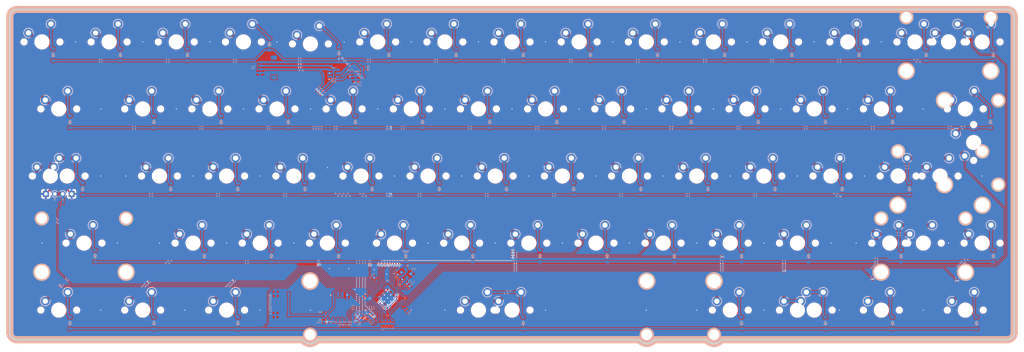
<source format=kicad_pcb>
(kicad_pcb (version 20240108) (generator "pcbnew") (generator_version "8.0")
  (layers (0 "F.Cu" signal) (31 "B.Cu" signal) (34 "B.Paste" user) (35 "F.Paste" user) (36 "B.SilkS" user "B.Silkscreen") (37 "F.SilkS" user "F.Silkscreen") (38 "B.Mask" user) (39 "F.Mask" user) (44 "Edge.Cuts" user))
  (net 0 "")
  (net 1 "+3V3")
  (net 2 "GND")
  (net 3 "+1V1")
  (net 4 "VBUS")
  (net 5 "Net-(U1-XIN)")
  (net 6 "Net-(C15-Pad2)")
  (net 7 "Row0")
  (net 8 "Net-(D2-A)")
  (net 9 "Net-(D3-A)")
  (net 10 "Net-(D4-A)")
  (net 11 "Net-(D5-A)")
  (net 12 "Net-(D6-A)")
  (net 13 "Net-(D7-A)")
  (net 14 "Net-(D8-A)")
  (net 15 "Net-(D9-A)")
  (net 16 "Net-(D10-A)")
  (net 17 "Net-(D11-A)")
  (net 18 "Net-(D12-A)")
  (net 19 "Net-(D13-A)")
  (net 20 "Net-(D14-A)")
  (net 21 "Net-(D15-A)")
  (net 22 "Row1")
  (net 23 "Net-(D16-A)")
  (net 24 "Net-(D17-A)")
  (net 25 "Net-(D18-A)")
  (net 26 "Net-(D19-A)")
  (net 27 "Net-(D20-A)")
  (net 28 "Net-(D21-A)")
  (net 29 "Net-(D22-A)")
  (net 30 "Net-(D23-A)")
  (net 31 "Net-(D24-A)")
  (net 32 "Net-(D25-A)")
  (net 33 "Net-(D26-A)")
  (net 34 "Net-(D27-A)")
  (net 35 "Net-(D28-A)")
  (net 36 "Net-(D29-A)")
  (net 37 "Row2")
  (net 38 "Net-(D30-A)")
  (net 39 "Net-(D31-A)")
  (net 40 "Net-(D32-A)")
  (net 41 "Net-(D33-A)")
  (net 42 "Net-(D34-A)")
  (net 43 "Net-(D35-A)")
  (net 44 "Net-(D36-A)")
  (net 45 "Net-(D37-A)")
  (net 46 "Net-(D38-A)")
  (net 47 "Net-(D39-A)")
  (net 48 "Net-(D40-A)")
  (net 49 "Net-(D41-A)")
  (net 50 "Net-(D42-A)")
  (net 51 "Row3")
  (net 52 "Net-(D43-A)")
  (net 53 "Net-(D44-A)")
  (net 54 "Net-(D45-A)")
  (net 55 "Net-(D46-A)")
  (net 56 "Net-(D47-A)")
  (net 57 "Net-(D48-A)")
  (net 58 "Net-(D49-A)")
  (net 59 "Net-(D50-A)")
  (net 60 "Net-(D51-A)")
  (net 61 "Net-(D52-A)")
  (net 62 "Net-(D53-A)")
  (net 63 "Net-(D54-A)")
  (net 64 "Row4")
  (net 65 "Net-(D55-A)")
  (net 66 "Net-(D56-A)")
  (net 67 "Net-(D57-A)")
  (net 68 "Net-(D58-A)")
  (net 69 "Net-(D59-A)")
  (net 70 "Net-(D60-A)")
  (net 71 "Net-(D61-A)")
  (net 72 "Col0")
  (net 73 "Col1")
  (net 74 "Col2")
  (net 75 "Col3")
  (net 76 "Col4")
  (net 77 "Col5")
  (net 78 "Col6")
  (net 79 "Col7")
  (net 80 "Col8")
  (net 81 "Col9")
  (net 82 "Col10")
  (net 83 "Col11")
  (net 84 "Col12")
  (net 85 "Col13")
  (net 87 "/QSPI_SS")
  (net 88 "/QSPI_SCLK")
  (net 89 "/QSPI_SD3")
  (net 90 "/QSPI_SD2")
  (net 91 "/QSPI_SD1")
  (net 92 "SWD")
  (net 93 "SWCLK")
  (net 94 "/QSPI_SD0")
  (net 95 "Net-(U1-XOUT)")
  (net 96 "Net-(BOOTSEL1-Pad2)")
  (net 97 "Col14")
  (net 98 "Net-(U1-USB_DP)")
  (net 99 "Net-(U1-USB_DM)")
  (net 102 "Net-(D1-A)")
  (net 103 "Net-(D62-A)")
  (net 104 "DP")
  (net 105 "DM")
  (net 107 "Net-(D65-K)")
  (net 110 "Net-(D63-A)")
  (net 111 "Net-(U1-GPIO2)")
  (footprint "ScottoKeebs_MX:MX_PCB_1.00u_NoSilkscreen3" (layer "F.Cu") (at 168.625 90.25)
    (property "Reference" "MX49" (hide yes))
    (property "Value" "MX_SW_solder")
  )
  (footprint "ScottoKeebs_MX:MX_PCB_1.00u_NoSilkscreen3" (layer "F.Cu") (at 35.625 109.25)
    (property "Reference" "MX57" (hide yes))
    (property "Value" "MX_SW_solder")
  )
  (footprint "ScottoKeebs_MX:MX_PCB_1.00u_NoSilkscreen3" (layer "F.Cu") (at 254.125 71.25)
    (property "Reference" "MX41" (hide yes))
    (property "Value" "MX_SW_solder")
  )
  (footprint "ScottoKeebs_MX:MX_PCB_1.00u_NoSilkscreen3" (layer "F.Cu") (at 92.625 90.25)
    (property "Reference" "MX45" (hide yes))
    (property "Value" "MX_SW_solder")
  )
  (footprint "ScottoKeebs_MX:MX_PCB_1.00u_NoSilkscreen3" (layer "F.Cu") (at 292.125 52.25)
    (property "Reference" "MX29" (hide yes))
    (property "Value" "MX_SW_solder")
  )
  (footprint "ScottoKeebs_MX:MX_PCB_1.00u_NoSilkscreen3" (layer "F.Cu") (at 235.125 71.25)
    (property "Reference" "MX40" (hide yes))
    (property "Value" "MX_SW_solder")
  )
  (footprint "ScottoKeebs_MX:MX_PCB_1.00u_NoSilkscreen3" (layer "F.Cu") (at 173.375 52.25)
    (property "Reference" "MX23" (hide yes))
    (property "Value" "MX_SW_solder")
  )
  (footprint "ScottoKeebs_Stabilizer:Stabilizer_MX_2.00u_Slikscreen" (layer "F.Cu") (at 280.25 90.25)
    (property "Reference" "REF**" (hide yes))
    (property "Value" "Stabilizer_MX_2.00u_Slikscreen")
  )
  (footprint "ScottoKeebs_MX:MX_PCB_1.00u_NoSilkscreen3" (layer "F.Cu") (at 206.625 90.25)
    (property "Reference" "MX51" (hide yes))
    (property "Value" "MX_SW_solder")
  )
  (footprint "ScottoKeebs_MX:MX_PCB_1.00u_NoSilkscreen3" (layer "F.Cu") (at 292.125 109.25)
    (property "Reference" "MX62" (hide yes))
    (property "Value" "MX_SW_solder")
  )
  (footprint "ScottoKeebs_Stabilizer:Stabilizer_MX_7.00u_Silkscreen" (layer "F.Cu") (at 163.875 109.25 180)
    (property "Reference" "REF**" (hide yes))
    (property "Value" "Stabilizer_MX_7.00u_Silkscreen")
  )
  (footprint "ScottoKeebs_MX:MX_PCB_1.00u_NoSilkscreen3" (layer "F.Cu") (at 116.375 52.25)
    (property "Reference" "MX20" (hide yes))
    (property "Value" "MX_SW_solder")
  )
  (footprint "ScottoKeebs_Stabilizer:Stabilizer_MX_2.00u_Slikscreen" (layer "F.Cu") (at 294.5 61.75 -90)
    (property "Reference" "REF**" (hide yes))
    (property "Value" "Stabilizer_MX_2.00u_Slikscreen")
  )
  (footprint "ScottoKeebs_MX:MX_PCB_1.00u_NoSilkscreen3" (layer "F.Cu") (at 277.875 33.25)
    (property "Reference" "MX14" (hide yes))
    (property "Value" "MX_SW_solder")
  )
  (footprint "ScottoKeebs_MX:MX_PCB_1.00u_NoSilkscreen3" (layer "F.Cu") (at 64.125 71.25)
    (property "Reference" "MX31" (hide yes))
    (property "Value" "MX_SW_solder")
  )
  (footprint "ScottoKeebs_MX:MX_PCB_1.00u_NoSilkscreen3" (layer "F.Cu") (at 121.125 71.25)
    (property "Reference" "MX34" (hide yes))
    (property "Value" "MX_SW_solder")
  )
  (footprint "ScottoKeebs_MX:MX_PCB_1.00u_NoSilkscreen3" (layer "F.Cu") (at 296.875 33.25)
    (property "Reference" "MX15" (hide yes))
    (property "Value" "MX_SW_solder")
  )
  (footprint "ScottoKeebs_MX:MX_PCB_1.00u_NoSilkscreen3" (layer "F.Cu") (at 154.375 52.25)
    (property "Reference" "MX22" (hide yes))
    (property "Value" "MX_SW_solder")
  )
  (footprint "ScottoKeebs_MX:MX_PCB_1.00u_NoSilkscreen3" (layer "F.Cu") (at 106.825 33.825)
    (property "Reference" "MX5" (hide yes))
    (property "Value" "MX_SW_solder")
  )
  (footprint "ScottoKeebs_MX:MX_PCB_1.00u_NoSilkscreen3" (layer "F.Cu") (at 192.375 52.25)
    (property "Reference" "MX24" (hide yes))
    (property "Value" "MX_SW_solder")
  )
  (footprint "ScottoKeebs_MX:MX_PCB_1.00u_NoSilkscreen3" (layer "F.Cu") (at 130.625 90.25)
    (property "Reference" "MX47" (hide yes))
    (property "Value" "MX_SW_solder")
  )
  (footprint "ScottoKeebs_MX:MX_PCB_1.00u_NoSilkscreen3" (layer "F.Cu") (at 244.625 90.25)
    (property "Reference" "MX53" (hide yes))
    (property "Value" "MX_SW_solder")
  )
  (footprint "ScottoKeebs_Stabilizer:Stabilizer_MX_6.00u_Silkscreen" (layer "F.Cu") (at 154.375 109.25 180)
    (property "Reference" "REF**" (hide yes))
    (property "Value" "Stabilizer_MX_6.00u_Silkscreen")
  )
  (footprint "ScottoKeebs_MX:MX_PCB_1.00u_NoSilkscreen3" (layer "F.Cu") (at 59.375 109.25)
    (property "Reference" "MX58" (hide yes))
    (property "Value" "MX_SW_solder")
  )
  (footprint "ScottoKeebs_MX:MX_PCB_1.00u_NoSilkscreen3" (layer "F.Cu") (at 270.75 90.25)
    (property "Reference" "MX54" (hide yes))
    (property "Value" "MX_SW_solder")
  )
  (footprint "ScottoKeebs_MX:MX_PCB_1.00u_NoSilkscreen3" (layer "F.Cu") (at 49.875 33.25)
    (property "Reference" "MX2" (hide yes))
    (property "Value" "MX_SW_solder")
  )
  (footprint "ScottoKeebs_MX:MX_PCB_1.00u_NoSilkscreen3" (layer "F.Cu") (at 163.875 33.25)
    (property "Reference" "MX8" (hide yes))
    (property "Value" "MX_SW_solder")
  )
  (footprint "ScottoKeebs_MX:MX_PCB_1.00u_NoSilkscreen3" (layer "F.Cu") (at 182.875 33.25)
    (property "Reference" "MX9" (hide yes))
    (property "Value" "MX_SW_solder")
  )
  (footprint "ScottoKeebs_MX:MX_PCB_1.00u_NoSilkscreen3" (layer "F.Cu") (at 83.125 71.25)
    (property "Reference" "MX32" (hide yes))
    (property "Value" "MX_SW_solder")
  )
  (footprint "ScottoKeebs_MX:MX_PCB_1.00u_NoSilkscreen3" (layer "F.Cu") (at 178.125 71.25)
    (property "Reference" "MX37" (hide yes))
    (property "Value" "MX_SW_solder")
  )
  (footprint "ScottoKeebs_MX:MX_PCB_1.00u_NoSilkscreen3" (layer "F.Cu") (at 230.375 52.25)
    (property "Reference" "MX26" (hide yes))
    (property "Value" "MX_SW_solder")
  )
  (footprint "ScottoKeebs_MX:MX_PCB_1.00u_NoSilkscreen3" (layer "F.Cu") (at 239.875 33.25)
    (property "Reference" "MX12" (hide yes))
    (property "Value" "MX_SW_solder")
  )
  (footprint "ScottoKeebs_MX:MX_PCB_1.00u_NoSilkscreen3" (layer "F.Cu") (at 35.625 52.25)
    (property "Reference" "MX16" (hide yes))
    (property "Value" "MX_SW_solder")
  )
  (footprint "ScottoKeebs_MX:MX_PCB_1.00u_NoSilkscreen3" (layer "F.Cu") (at 296.875 90.25)
    (property "Reference" "MX55" (hide yes))
    (property "Value" "MX_SW_solder")
  )
  (footprint "ScottoKeebs_MX:MX_PCB_1.00u_NoSilkscreen3" (layer "F.Cu") (at 249.375 52.25)
    (property "Reference" "MX27" (hide yes))
    (property "Value" "MX_SW_solder")
  )
  (footprint "ScottoKeebs_MX:MX_PCB_1.00u_NoSilkscreen3" (layer "F.Cu") (at 144.875 33.25)
    (property "Reference" "MX7" (hide yes))
    (property "Value" "MX_SW_solder")
  )
  (footprint "ScottoKeebs_MX:MX_PCB_1.00u_NoSilkscreen3" (layer "F.Cu") (at 97.375 52.25)
    (property "Reference" "MX19" (hide yes))
    (property "Value" "MX_SW_solder")
  )
  (footprint "ScottoKeebs_MX:MX_PCB_1.00u_NoSilkscreen3" (layer "F.Cu") (at 159.125 71.25)
    (property "Reference" "MX36" (hide yes))
    (property "Value" "MX_SW_solder")
  )
  (footprint "ScottoKeebs_Stabilizer:Stabilizer_MX_2.00u_Slikscreen" (layer "F.Cu") (at 287.375 33.25)
    (property "Reference" "REF**" (hide yes))
    (property "Value" "Stabilizer_MX_2.00u_Slikscreen")
  )
  (footprint "ScottoKeebs_MX:MX_PCB_1.00u_NoSilkscreen3" (layer "F.Cu") (at 211.375 52.25)
    (property "Reference" "MX25" (hide yes))
    (property "Value" "MX_SW_solder")
  )
  (footprint "ScottoKeebs_MX:MX_PCB_1.00u_NoSilkscreen3" (layer "F.Cu") (at 187.625 90.25)
    (property "Reference" "MX50" (hide yes))
    (property "Value" "MX_SW_solder")
  )
  (footprint "ScottoKeebs_MX:MX_PCB_1.00u_NoSilkscreen3" (layer "F.Cu") (at 140.125 71.25)
    (property "Reference" "MX35" (hide yes))
    (property "Value" "MX_SW_solder")
  )
  (footprint "ScottoKeebs_MX:MX_PCB_1.00u_NoSilkscreen3" (layer "F.Cu") (at 268.375 109.25)
    (property "Reference" "MX61" (hide yes))
    (property "Value" "MX_SW_solder")
  )
  (footprint "ScottoKeebs_MX:MX_PCB_1.00u_NoSilkscreen3" (layer "F.Cu") (at 42.75 90.25)
    (property "Reference" "MX43" (hide yes))
    (property "Value" "MX_SW_solder")
  )
  (footprint "ScottoKeebs_MX:MX_PCB_1.00u_NoSilkscreen3" (layer "F.Cu") (at 83.125 109.25)
    (property "Reference" "MX63" (hide yes))
    (property "Value" "MX_SW_solder")
  )
  (footprint "ScottoKeebs_MX:MX_PCB_1.00u_NoSilkscreen3" (layer "F.Cu") (at 225.625 109.25)
    (property "Reference" "MX60" (hide yes))
    (property "Value" "MX_SW_solder")
  )
  (footprint "ScottoKeebs_MX:MX_PCB_1.00u_NoSilkscreen3" (layer "F.Cu") (at 285 71.25)
    (property "Reference" "MX42" (hide yes))
    (property "Value" "MX_SW_solder")
  )
  (footprint "hjcustom:cherry_ledhole" (layer "F.Cu") (at 38 71.25)
    (property "Reference" "D65" (hide yes))
    (property "Value" "LED")
  )
  (footprint "ScottoKeebs_MX:MX_PCB_1.00u_NoSilkscreen3" (layer "F.Cu") (at 38 71.25)
    (property "Reference" "MX30" (hide yes))
    (property "Value" "MX_SW_solder")
  )
  (footprint "ScottoKeebs_MX:MX_PCB_1.00u_NoSilkscreen3" (layer "F.Cu") (at 220.875 33.25)
    (property "Reference" "MX11" (hide yes))
    (property "Value" "MX_SW_solder")
  )
  (footprint "ScottoKeebs_MX:MX_PCB_1.00u_NoSilkscreen3" (layer "F.Cu") (at 78.375 52.25)
    (property "Reference" "MX18" (hide yes))
    (property "Value" "MX_SW_solder")
  )
  (footprint "ScottoKeebs_MX:MX_PCB_1.00u_NoSilkscreen3" (layer "F.Cu") (at 102.125 71.25)
    (property "Reference" "MX33" (hide yes))
    (property "Value" "MX_SW_solder")
  )
  (footprint "ScottoKeebs_MX:MX_PCB_1.00u_NoSilkscreen3" (layer "F.Cu") (at 216.125 71.25)
    (property "Reference" "MX39" (hide yes))
    (property "Value" "MX_SW_solder")
  )
  (footprint "ScottoKeebs_MX:MX_PCB_1.00u_NoSilkscreen3" (layer "F.Cu") (at 59.375 52.25)
    (property "Reference" "MX17" (hide yes))
    (property "Value" "MX_SW_solder")
  )
  (footprint "ScottoKeebs_MX:MX_PCB_1.00u_NoSilkscreen3" (layer "F.Cu") (at 135.375 52.25)
    (property "Reference" "MX21" (hide yes))
    (property "Value" "MX_SW_solder")
  )
  (footprint "ScottoKeebs_MX:MX_PCB_1.00u_NoSilkscreen3" (layer "F.Cu") (at 111.625 90.25)
    (property "Reference" "MX46" (hide yes))
    (property "Value" "MX_SW_solder")
  )
  (footprint "ScottoKeebs_Stabilizer:Stabilizer_MX_2.00u_Slikscreen" (layer "F.Cu") (at 42.75 90.25)
    (property "Reference" "REF**" (hide yes))
    (property "Value" "Stabilizer_MX_2.00u_Slikscreen")
  )
  (footprint "ScottoKeebs_MX:MX_PCB_1.00u_NoSilkscreen3" (layer "F.Cu") (at 68.875 33.25)
    (property "Reference" "MX3" (hide yes))
    (property "Value" "MX_SW_solder")
  )
  (footprint "ScottoKeebs_MX:MX_PCB_1.00u_NoSilkscreen3" (layer "F.Cu") (at 149.625 90.25)
    (property "Reference" "MX48" (hide yes))
    (property "Value" "MX_SW_solder")
  )
  (footprint "ScottoKeebs_MX:MX_PCB_1.00u_NoSilkscreen3" (layer "F.Cu") (at 201.875 33.25)
    (property "Reference" "MX10" (hide yes))
    (property "Value" "MX_SW_solder")
  )
  (footprint "ScottoKeebs_MX:MX_PCB_1.00u_NoSilkscreen3" (layer "F.Cu") (at 87.875 33.25)
    (property "Reference" "MX4" (hide yes))
    (property "Value" "MX_SW_solder")
  )
  (footprint "ScottoKeebs_MX:MX_PCB_1.00u_NoSilkscreen3" (layer "F.Cu") (at 197.125 71.25)
    (property "Reference" "MX38" (hide yes))
    (property "Value" "MX_SW_solder")
  )
  (footprint "ScottoKeebs_MX:MX_PCB_1.00u_NoSilkscreen3" (layer "F.Cu") (at 225.625 90.25)
    (property "Reference" "MX52" (hide yes))
    (property "Value" "MX_SW_solder")
  )
  (footprint "ScottoKeebs_MX:MX_PCB_1.00u_NoSilkscreen3" (layer "F.Cu") (at 163.875 109.25)
    (property "Reference" "MX59" (hide yes))
    (property "Value" "MX_SW_solder")
  )
  (footprint "ScottoKeebs_Stabilizer:Stabilizer_MX_2.00u_Slikscreen" (layer "F.Cu") (at 285 71.25)
    (property "Reference" "REF**" (hide yes))
    (property "Value" "Stabilizer_MX_2.00u_Slikscreen")
  )
  (footprint "ScottoKeebs_MX:MX_PCB_1.00u_NoSilkscreen3" (layer "F.Cu") (at 30.875 33.25)
    (property "Reference" "MX1" (hide yes))
    (property "Value" "MX_SW_solder")
  )
  (footprint "ScottoKeebs_MX:MX_PCB_1.00u_NoSilkscreen3" (layer "F.Cu") (at 125.875 33.25)
    (property "Reference" "MX6" (hide yes))
    (property "Value" "MX_SW_solder")
  )
  (footprint "ScottoKeebs_MX:MX_PCB_1.00u_NoSilkscreen3" (layer "F.Cu") (at 73.625 90.25)
    (property "Reference" "MX44" (hide yes))
    (property "Value" "MX_SW_solder")
  )
  (footprint "ScottoKeebs_MX:MX_PCB_1.00u_NoSilkscreen3" (layer "F.Cu") (at 244.625 109.25)
    (property "Reference" "MX56" (hide yes))
    (property "Value" "MX_SW_solder")
  )
  (footprint "ScottoKeebs_MX:MX_PCB_1.00u_NoSilkscreen3" (layer "F.Cu") (at 258.875 33.25)
    (property "Reference" "MX13" (hide yes))
    (property "Value" "MX_SW_solder")
  )
  (footprint "ScottoKeebs_MX:MX_PCB_1.00u_NoSilkscreen3" (layer "F.Cu") (at 268.375 52.25)
    (property "Reference" "MX28" (hide yes))
    (property "Value" "MX_SW_solder")
  )
  (footprint "ScottoKeebs_Components:Diode_SOD-123_noref2" (layer "B.Cu") (at 119.55625 55.91875 90)
    (property "Reference" "D20" (hide yes))
    (property "Value" "D_Small")
  )
  (footprint "ScottoKeebs_Components:Diode_SOD-123_noref2" (layer "B.Cu") (at 72.05625 36.91875 90)
    (property "Reference" "D3" (hide yes))
    (property "Value" "D_Small")
  )
  (footprint "ScottoKeebs_Components:Diode_SOD-123_noref2" (layer "B.Cu") (at 273.93125 93.91875 90)
    (property "Reference" "D54" (hide yes))
    (property "Value" "D_Small")
  )
  (footprint "ScottoKeebs_Components:Diode_SOD-123_noref2" (layer "B.Cu") (at 167.05625 112.91875 90)
    (property "Reference" "D59" (hide yes))
    (property "Value" "D_Small")
  )
  (footprint "ScottoKeebs_Components:Diode_SOD-123_noref2" (layer "B.Cu") (at 45.93125 93.91875 90)
    (property "Reference" "D43" (hide yes))
    (property "Value" "D_Small")
  )
  (footprint "ScottoKeebs_Components:Diode_SOD-123_noref2" (layer "B.Cu") (at 167.05625 36.91875 90)
    (property "Reference" "D8" (hide yes))
    (property "Value" "D_Small")
  )
  (footprint "ScottoKeebs_Components:Diode_SOD-123_noref2" (layer "B.Cu") (at 299.25 55.91875 90)
    (property "Reference" "D29" (hide yes))
    (property "Value" "D_Small")
  )
  (footprint "ScottoKeebs_Components:Diode_SOD-123_noref2" (layer "B.Cu") (at 252.55625 112.91875 90)
    (property "Reference" "D56" (hide yes))
    (property "Value" "D_Small")
  )
  (footprint "hjcustom:C_0402_1005Metric" (layer "B.Cu") (at 111.2 111.53 180)
    (property "Reference" "R5")
    (property "Value" "10k")
  )
  (footprint "ScottoKeebs_Components:Diode_SOD-123_noref2" (layer "B.Cu") (at 281.05625 36.91875 90)
    (property "Reference" "D14" (hide yes))
    (property "Value" "D_Small")
  )
  (footprint "ScottoKeebs_Components:Diode_SOD-123_noref2" (layer "B.Cu") (at 171.80625 93.91875 90)
    (property "Reference" "D49" (hide yes))
    (property "Value" "D_Small")
  )
  (footprint "hjcustom:C_0402_1005Metric" (layer "B.Cu") (at 128.122101 112.630742 -90)
    (property "Reference" "C8")
    (property "Value" "1u")
  )
  (footprint "hjcustom:SOIC-8_5.23x5.23mm_P1.27mm" (layer "B.Cu") (at 115.272101 108.520742 -90)
    (property "Reference" "U3")
    (property "Value" "W25Q128JVS")
  )
  (footprint "ScottoKeebs_Components:Diode_SOD-123_noref2" (layer "B.Cu") (at 143.30625 74.91875 90)
    (property "Reference" "D35" (hide yes))
    (property "Value" "D_Small")
  )
  (footprint "ScottoKeebs_Components:Diode_SOD-123_noref2" (layer "B.Cu") (at 129.05625 36.91875 90)
    (property "Reference" "D6" (hide yes))
    (property "Value" "D_Small")
  )
  (footprint "ScottoKeebs_Components:Diode_SOD-123_noref2" (layer "B.Cu") (at 257.30625 74.91875 90)
    (property "Reference" "D41" (hide yes))
    (property "Value" "D_Small")
  )
  (footprint "hjcustom:C_0402_1005Metric" (layer "B.Cu") (at 121.95 40.7)
    (property "Reference" "C12")
    (property "Value" "1u")
  )
  (footprint "ScottoKeebs_Components:Diode_SOD-123_noref2" (layer "B.Cu") (at 271.55625 112.91875 90)
    (property "Reference" "D61" (hide yes))
    (property "Value" "D_Small")
  )
  (footprint "ScottoKeebs_Components:Diode_SOD-123_noref2" (layer "B.Cu") (at 233.55625 55.91875 90)
    (property "Reference" "D26" (hide yes))
    (property "Value" "D_Small")
  )
  (footprint "ScottoKeebs_Components:Diode_SOD-123_noref2" (layer "B.Cu") (at 181.30625 74.91875 90)
    (property "Reference" "D37" (hide yes))
    (property "Value" "D_Small")
  )
  (footprint "ScottoKeebs_Components:Diode_SOD-123_noref2" (layer "B.Cu") (at 157.55625 55.91875 90)
    (property "Reference" "D22" (hide yes))
    (property "Value" "D_Small")
  )
  (footprint "ScottoKeebs_Components:Diode_SOD-123_noref2" (layer "B.Cu") (at 86.30625 112.91875 90)
    (property "Reference" "D63" (hide yes))
    (property "Value" "D_Small")
  )
  (footprint "hjcustom:C_0402_1005Metric" (layer "B.Cu") (at 122.692101 104.970742 45)
    (property "Reference" "C7")
    (property "Value" "100n")
  )
  (footprint "ScottoKeebs_Components:Diode_SOD-123_noref2" (layer "B.Cu") (at 138.55625 55.91875 90)
    (property "Reference" "D21" (hide yes))
    (property "Value" "D_Small")
  )
  (footprint "ScottoKeebs_Components:Diode_SOD-123_noref2" (layer "B.Cu") (at 114.9 36.4 90)
    (property "Reference" "D5" (hide yes))
    (property "Value" "D_Small")
  )
  (footprint "ScottoKeebs_Components:Diode_SOD-123_noref2" (layer "B.Cu") (at 100.55625 55.91875 90)
    (property "Reference" "D19" (hide yes))
    (property "Value" "D_Small")
  )
  (footprint "ScottoKeebs_Components:Diode_SOD-123_noref2" (layer "B.Cu") (at 271.55625 55.91875 90)
    (property "Reference" "D28" (hide yes))
    (property "Value" "D_Small")
  )
  (footprint "ScottoKeebs_Components:Diode_SOD-123_noref2" (layer "B.Cu") (at 148.05625 36.91875 90)
    (property "Reference" "D7" (hide yes))
    (property "Value" "D_Small")
  )
  (footprint "hjcustom:SW_Push_1P1T_XKB_TS-1187A" (layer "B.Cu") (at 98.85 107.65 -90)
    (property "Reference" "BOOTSEL1")
    (property "Value" "SW_Push")
  )
  (footprint "ScottoKeebs_Components:Diode_SOD-123_noref2" (layer "B.Cu") (at 152.80625 93.91875 90)
    (property "Reference" "D48" (hide yes))
    (property "Value" "D_Small")
  )
  (footprint "ScottoKeebs_Components:Diode_SOD-123_noref2" (layer "B.Cu") (at 228.80625 112.91875 90)
    (property "Reference" "D60" (hide yes))
    (property "Value" "D_Small")
  )
  (footprint "hjcustom:C_0402_1005Metric" (layer "B.Cu") (at 132.462101 101.520742 135)
    (property "Reference" "R4")
    (property "Value" "1K")
  )
  (footprint "hjcustom:Oscillator_SMD_EuroQuartz_XO32-4Pin_3.2x2.5mm" (layer "B.Cu") (at 133.91002 98.746794 -135)
    (property "Reference" "Y1")
    (property "Value" "ABM8-272-T3")
  )
  (footprint "ScottoKeebs_Components:Diode_SOD-123_noref2" (layer "B.Cu") (at 276.30625 74.91875 90)
    (property "Reference" "D42" (hide yes))
    (property "Value" "D_Small")
  )
  (footprint "ScottoKeebs_Components:Diode_SOD-123_noref2" (layer "B.Cu") (at 190.80625 93.91875 90)
    (property "Reference" "D50" (hide yes))
    (property "Value" "D_Small")
  )
  (footprint "ScottoKeebs_Components:Diode_SOD-123_noref2" (layer "B.Cu") (at 243.05625 36.91875 90)
    (property "Reference" "D12" (hide yes))
    (property "Value" "D_Small")
  )
  (footprint "hjcustom:C_0402_1005Metric" (layer "B.Cu") (at 111.2 110.18)
    (property "Reference" "R6")
    (property "Value" "1k")
  )
  (footprint "ScottoKeebs_Components:Diode_SOD-123_noref2" (layer "B.Cu") (at 124.30625 74.91875 90)
    (property "Reference" "D34" (hide yes))
    (property "Value" "D_Small")
  )
  (footprint "RP2040_minimal:RP2040-QFN-56" (layer "B.Cu") (at 128.672101 105.840742 -45)
    (property "Reference" "U1")
    (property "Value" "RP2040")
  )
  (footprint "ScottoKeebs_Components:Diode_SOD-123_noref2" (layer "B.Cu") (at 219.30625 74.91875 90)
    (property "Reference" "D39" (hide yes))
    (property "Value" "D_Small")
  )
  (footprint "ScottoKeebs_Components:Diode_SOD-123_noref2" (layer "B.Cu") (at 295.30625 112.91875 90)
    (property "Reference" "D62" (hide yes))
    (property "Value" "D_Small")
  )
  (footprint "hjcustom:C_0402_1005Metric" (layer "B.Cu") (at 123.762101 110.610742 -135)
    (property "Reference" "C9")
    (property "Value" "100n")
  )
  (footprint "hjcustom:C_0402_1005Metric_noref" (layer "B.Cu") (at 36.3 79.025 180)
    (property "Reference" "R3" (hide yes))
    (property "Value" "220R")
  )
  (footprint "Capacitor_SMD:C_0603_1608Metric" (layer "B.Cu") (at 120.477101 110.720742)
    (property "Reference" "R1")
    (property "Value" "27.4")
  )
  (footprint "ScottoKeebs_Components:Diode_SOD-123_noref2" (layer "B.Cu") (at 62.55625 55.91875 90)
    (property "Reference" "D17" (hide yes))
    (property "Value" "D_Small")
  )
  (footprint "ScottoKeebs_Components:Diode_SOD-123_noref2" (layer "B.Cu") (at 67.30625 74.91875 90)
    (property "Reference" "D31" (hide yes))
    (property "Value" "D_Small")
  )
  (footprint "ScottoKeebs_Components:Diode_SOD-123_noref2" (layer "B.Cu") (at 209.80625 93.91875 90)
    (property "Reference" "D51" (hide yes))
    (property "Value" "D_Small")
  )
  (footprint "ScottoKeebs_Components:Diode_SOD-123_noref2" (layer "B.Cu") (at 114.80625 93.91875 90)
    (property "Reference" "D46" (hide yes))
    (property "Value" "D_Small")
  )
  (footprint "ScottoKeebs_Components:Diode_SOD-123_noref2" (layer "B.Cu") (at 95.25 33.875 90)
    (property "Reference" "D4" (hide yes))
    (property "Value" "D_Small")
  )
  (footprint "ScottoKeebs_Components:Diode_SOD-123_noref2" (layer "B.Cu") (at 34.05625 36.91875 90)
    (property "Reference" "D1" (hide yes))
    (property "Value" "D_Small")
  )
  (footprint "ScottoKeebs_Components:Diode_SOD-123_noref2" (layer "B.Cu") (at 228.80625 93.91875 90)
    (property "Reference" "D52" (hide yes))
    (property "Value" "D_Small")
  )
  (footprint "hjcustom:C_0402_1005Metric" (layer "B.Cu") (at 111.2 112.49 180)
    (property "Reference" "C16")
    (property "Value" "100n")
  )
  (footprint "hjcustom:C_0402_1005Metric" (layer "B.Cu") (at 133.782101 102.180742 -135)
    (property "Reference" "C5")
    (property "Value" "100n")
  )
  (footprint "ScottoKeebs_Components:Diode_SOD-123_noref2" (layer "B.Cu") (at 62.55625 112.91875 90)
    (property "Reference" "D58" (hide yes))
    (property "Value" "D_Small")
  )
  (footprint "hjcustom:C_0402_1005Metric" (layer "B.Cu") (at 125.232101 100.480742 -45)
    (property "Reference" "C17")
    (property "Value" "100n")
  )
  (footprint "ScottoKeebs_Components:Diode_SOD-123_noref2" (layer "B.Cu") (at 214.55625 55.91875 90)
    (property "Reference" "D25" (hide yes))
    (property "Value" "D_Small")
  )
  (footprint "ScottoKeebs_Components:Diode_SOD-123_noref2" (layer "B.Cu") (at 200.30625 74.91875 90)
    (property "Reference" "D38" (hide yes))
    (property "Value" "D_Small")
  )
  (footprint "ScottoKeebs_Components:Diode_SOD-123_noref2" (layer "B.Cu") (at 76.80625 93.91875 90)
    (property "Reference" "D44" (hide yes))
    (property "Value" "D_Small")
  )
  (footprint "Package_TO_SOT_SMD:SOT-23" (layer "B.Cu") (at 120.58 43.042501)
    (property "Reference" "U2")
    (property "Value" "XC6206PxxxMR")
  )
  (footprint "ScottoKeebs_Components:Diode_SOD-123_noref2" (layer "B.Cu") (at 53.05625 36.91875 90)
    (property "Reference" "D2" (hide yes))
    (property "Value" "D_Small")
  )
  (footprint "ScottoKeebs_Components:Diode_SOD-123_noref2" (layer "B.Cu") (at 247.80625 93.91875 90)
    (property "Reference" "D53" (hide yes))
    (property "Value" "D_Small")
  )
  (footprint "hjcustom:C_0402_1005Metric" (layer "B.Cu") (at 124.432101 111.280742 45)
    (property "Reference" "C1")
    (property "Value" "100n")
  )
  (footprint "ScottoKeebs_Components:Diode_SOD-123_noref2" (layer "B.Cu") (at 195.55625 55.91875 90)
    (property "Reference" "D24" (hide yes))
    (property "Value" "D_Small")
  )
  (footprint "ScottoKeebs_Components:Diode_SOD-123_noref2" (layer "B.Cu") (at 224.05625 36.91875 90)
    (property "Reference" "D11" (hide yes))
    (property "Value" "D_Small")
  )
  (footprint "ScottoKeebs_Components:Diode_SOD-123_noref2" (layer "B.Cu") (at 300.05625 36.91875 90)
    (property "Reference" "D15" (hide yes))
    (property "Value" "D_Small")
  )
  (footprint "hjcustom:JST_SH_SM04B-SRSS-TB_1x04-1MP_P1.00mm_Horizontal" (layer "B.Cu") (at 94.625 40.5 -90)
    (property "Reference" "J2")
    (property "Value" "Conn_01x04")
  )
  (footprint "ScottoKeebs_Components:Diode_SOD-123_noref2" (layer "B.Cu") (at 186.05625 36.91875 90)
    (property "Reference" "D9" (hide yes))
    (property "Value" "D_Small")
  )
  (footprint "hjcustom:C_0402_1005Metric" (layer "B.Cu") (at 131.782101 99.490742 -45)
    (property "Reference" "C14")
    (property "Value" "15p")
  )
  (footprint "hjcustom:C_0402_1005Metric" (layer "B.Cu") (at 118.03 42.57 -90)
    (property "Reference" "C13")
    (property "Value" "1u")
  )
  (footprint "ScottoKeebs_Components:Diode_SOD-123_noref2" (layer "B.Cu") (at 300.05625 93.91875 90)
    (property "Reference" "D55" (hide yes))
    (property "Value" "D_Small")
  )
  (footprint "ScottoKeebs_Components:Diode_SOD-123_noref2" (layer "B.Cu") (at 205.05625 36.91875 90)
    (property "Reference" "D10" (hide yes))
    (property "Value" "D_Small")
  )
  (footprint "ScottoKeebs_Components:Diode_SOD-123_noref2" (layer "B.Cu") (at 133.80625 93.91875 90)
    (property "Reference" "D47" (hide yes))
    (property "Value" "D_Small")
  )
  (footprint "hjcustom:C_0402_1005Metric" (layer "B.Cu") (at 133.872101 109.130742 135)
    (property "Reference" "C6")
    (property "Value" "100n")
  )
  (footprint "ScottoKeebs_Components:Diode_SOD-123_noref2" (layer "B.Cu") (at 81.55625 55.91875 90)
    (property "Reference" "D18" (hide yes))
    (property "Value" "D_Small")
  )
  (footprint "hjcustom:C_0402_1005Metric" (layer "B.Cu") (at 130.022101 112.630742 90)
    (property "Reference" "C4")
    (property "Value" "100n")
  )
  (footprint "ScottoKeebs_Components:Diode_SOD-123_noref2" (layer "B.Cu") (at 86.30625 74.91875 90)
    (property "Reference" "D32" (hide yes))
    (property "Value" "D_Small")
  )
  (footprint "ScottoKeebs_Components:Diode_SOD-123_noref2" (layer "B.Cu") (at 262.05625 36.91875 90)
    (property "Reference" "D13" (hide yes))
    (property "Value" "D_Small")
  )
  (footprint "hjcustom:C_0402_1005Metric" (layer "B.Cu") (at 127.169761 112.628402 -90)
    (property "Reference" "C11")
    (property "Value" "1u")
  )
  (footprint "ScottoKeebs_Components:Diode_SOD-123_noref2" (layer "B.Cu") (at 38.80625 55.91875 90)
    (property "Reference" "D16" (hide yes))
    (property "Value" "D_Small")
  )
  (footprint "hjcustom:C_0402_1005Metric" (layer "B.Cu") (at 134.453852 102.852493 45)
    (property "Reference" "C10")
    (property "Value" "100n")
  )
  (footprint "Capacitor_SMD:C_0603_1608Metric" (layer "B.Cu") (at 120.482101 112.220742 180)
    (property "Reference" "R2")
    (property "Value" "27.4")
  )
  (footprint "ScottoKeebs_Components:Diode_SOD-123_noref2" (layer "B.Cu") (at 176.55625 55.91875 90)
    (property "Reference" "D23" (hide yes))
    (property "Value" "D_Small")
  )
  (footprint "hjcustom:C_0402_1005Metric" (layer "B.Cu") (at 129.072101 112.630742 90)
    (property "Reference" "C3")
    (property "Value" "100n")
  )
  (footprint "hjcustom:C_0402_1005Metric" (layer "B.Cu") (at 133.139746 100.848387 -45)
    (property "Reference" "C15")
    (property "Value" "15p")
  )
  (footprint "Package_TO_SOT_SMD:SOT-23-6" (layer "B.Cu") (at 113.42 42.13)
    (property "Reference" "U4")
    (property "Value" "SRV05-4")
  )
  (footprint "hjcustom:C_0402_1005Metric" (layer "B.Cu") (at 125.102101 111.950742 45)
    (property "Reference" "C2")
    (property "Value" "100n")
  )
  (footprint "ScottoKeebs_Components:Diode_SOD-123_noref2" (layer "B.Cu") (at 95.80625 93.91875 90)
    (property "Reference" "D45" (hide yes))
    (property "Value" "D_Small")
  )
  (footprint "ScottoKeebs_Components:Diode_SOD-123_noref2" (layer "B.Cu") (at 162.30625 74.91875 90)
    (property "Reference" "D36" (hide yes))
    (property "Value" "D_Small")
  )
  (footprint "ScottoKeebs_Components:Diode_SOD-123_noref2" (layer "B.Cu") (at 42.39 74.91875 90)
    (property "Reference" "D30" (hide yes))
    (property "Value" "D_Small")
  )
  (footprint "ScottoKeebs_Components:Diode_SOD-123_noref2" (layer "B.Cu") (at 238.30625 74.91875 90)
    (property "Reference" "D40" (hide yes))
    (property "Value" "D_Small")
  )
  (footprint "ScottoKeebs_Components:Diode_SOD-123_noref2" (layer "B.Cu") (at 105.30625 74.91875 90)
    (property "Reference" "D33" (hide yes))
    (property "Value" "D_Small")
  )
  (footprint "ScottoKeebs_Components:Diode_SOD-123_noref2" (layer "B.Cu") (at 252.55625 55.91875 90)
    (property "Reference" "D27" (hide yes))
    (property "Value" "D_Small")
  )
  (footprint "ScottoKeebs_Components:Diode_SOD-123_noref2" (layer "B.Cu") (at 38.80625 112.91875 90)
    (property "Reference" "D57" (hide yes))
    (property "Value" "D_Small")
  )
  (gr_arc (start 108.534521 117.96) (mid 108.867351 117.729626) (end 109.26423 117.65) (stroke (width 2)) (layer "B.SilkS"))
  (gr_arc (start 21.774999 26.05) (mid 22.360786 24.635787) (end 23.774999 24.05) (stroke (width 2)) (layer "B.SilkS"))
  (gr_arc (start 108.534521 117.96) (mid 106.724999 118.734999) (end 104.915476 117.960001) (stroke (width 2)) (layer "B.SilkS"))
  (gr_arc (start 305.975 115.650001) (mid 305.389214 117.064214) (end 303.975001 117.65) (stroke (width 2)) (layer "B.SilkS"))
  (gr_line (start 204.533331 117.65) (end 218.491667 117.65) (stroke (width 2)) (layer "B.SilkS"))
  (gr_line (start 21.774999 26.05) (end 21.774998 115.650001) (stroke (width 2)) (layer "B.SilkS"))
  (gr_arc (start 218.491667 117.65) (mid 218.885368 117.730761) (end 219.215477 117.96) (stroke (width 2)) (layer "B.SilkS"))
  (gr_arc (start 222.834522 117.960001) (mid 221.024999 118.735) (end 219.215477 117.96) (stroke (width 2)) (layer "B.SilkS"))
  (gr_arc (start 303.975 24.05) (mid 305.389213 24.635786) (end 305.975 26.049999) (stroke (width 2)) (layer "B.SilkS"))
  (gr_arc (start 104.191699 117.65) (mid 104.585383 117.730763) (end 104.915476 117.960001) (stroke (width 2)) (layer "B.SilkS"))
  (gr_arc (start 222.834522 117.960001) (mid 223.164631 117.730762) (end 223.558331 117.65) (stroke (width 2)) (layer "B.SilkS"))
  (gr_line (start 109.26423 117.65) (end 199.466667 117.65) (stroke (width 2)) (layer "B.SilkS"))
  (gr_arc (start 203.809522 117.96) (mid 204.139631 117.730761) (end 204.533331 117.65) (stroke (width 2)) (layer "B.SilkS"))
  (gr_line (start 305.975 115.650001) (end 305.975 26.049999) (stroke (width 2)) (layer "B.SilkS"))
  (gr_arc (start 23.774999 117.65) (mid 22.360786 117.064214) (end 21.774998 115.650001) (stroke (width 2)) (layer "B.SilkS"))
  (gr_arc (start 203.809522 117.96) (mid 201.999999 118.734999) (end 200.190476 117.96) (stroke (width 2)) (layer "B.SilkS"))
  (gr_arc (start 199.466667 117.65) (mid 199.860367 117.730761) (end 200.190476 117.96) (stroke (width 2)) (layer "B.SilkS"))
  (gr_line (start 303.975 24.05) (end 23.774999 24.05) (stroke (width 2)) (layer "B.SilkS"))
  (gr_line (start 223.558331 117.65) (end 303.975001 117.65) (stroke (width 2)) (layer "B.SilkS"))
  (gr_line (start 23.774999 117.65) (end 104.191699 117.65) (stroke (width 2)) (layer "B.SilkS"))
  (gr_line (start 204.533331 117.65) (end 218.491667 117.65) (stroke (width 2)) (layer "F.SilkS"))
  (gr_line (start 23.774999 117.65) (end 104.191699 117.65) (stroke (width 2)) (layer "F.SilkS"))
  (gr_arc (start 21.774999 26.05) (mid 22.360786 24.635787) (end 23.774999 24.05) (stroke (width 2)) (layer "F.SilkS"))
  (gr_line (start 223.558331 117.65) (end 303.975001 117.65) (stroke (width 2)) (layer "F.SilkS"))
  (gr_line (start 303.975 24.05) (end 23.774999 24.05) (stroke (width 2)) (layer "F.SilkS"))
  (gr_arc (start 199.466667 117.65) (mid 199.860367 117.730761) (end 200.190476 117.96) (stroke (width 2)) (layer "F.SilkS"))
  (gr_arc (start 222.834522 117.960001) (mid 221.024999 118.735) (end 219.215477 117.96) (stroke (width 2)) (layer "F.SilkS"))
  (gr_line (start 305.975 115.650001) (end 305.975 26.049999) (stroke (width 2)) (layer "F.SilkS"))
  (gr_arc (start 108.534521 117.96) (mid 106.724999 118.734999) (end 104.915476 117.960001) (stroke (width 2)) (layer "F.SilkS"))
  (gr_arc (start 203.809522 117.96) (mid 201.999999 118.734999) (end 200.190476 117.96) (stroke (width 2)) (layer "F.SilkS"))
  (gr_arc (start 218.491667 117.65) (mid 218.885368 117.730761) (end 219.215477 117.96) (stroke (width 2)) (layer "F.SilkS"))
  (gr_arc (start 104.191699 117.65) (mid 104.585383 117.730763) (end 104.915476 117.960001) (stroke (width 2)) (layer "F.SilkS"))
  (gr_arc (start 222.834522 117.960001) (mid 223.164631 117.730762) (end 223.558331 117.65) (stroke (width 2)) (layer "F.SilkS"))
  (gr_arc (start 108.534521 117.96) (mid 108.867351 117.729626) (end 109.26423 117.65) (stroke (width 2)) (layer "F.SilkS"))
  (gr_arc (start 23.774999 117.65) (mid 22.360786 117.064214) (end 21.774998 115.650001) (stroke (width 2)) (layer "F.SilkS"))
  (gr_arc (start 303.975 24.05) (mid 305.389213 24.635786) (end 305.975 26.049999) (stroke (width 2)) (layer "F.SilkS"))
  (gr_arc (start 305.975 115.650001) (mid 305.389214 117.064214) (end 303.975001 117.65) (stroke (width 2)) (layer "F.SilkS"))
  (gr_line (start 109.26423 117.65) (end 199.466667 117.65) (stroke (width 2)) (layer "F.SilkS"))
  (gr_line (start 21.774999 26.05) (end 21.774998 115.650001) (stroke (width 2)) (layer "F.SilkS"))
  (gr_arc (start 203.809522 117.96) (mid 204.139631 117.730761) (end 204.533331 117.65) (stroke (width 2)) (layer "F.SilkS"))
  (gr_line (start 204.533331 117.65) (end 218.491667 117.65) (stroke (width 0.5)) (layer "Edge.Cuts"))
  (gr_arc (start 104.191699 117.65) (mid 104.585383 117.730763) (end 104.915476 117.960001) (stroke (width 0.5)) (layer "Edge.Cuts"))
  (gr_arc (start 222.834522 117.960001) (mid 221.024999 118.735) (end 219.215477 117.96) (stroke (width 0.5)) (layer "Edge.Cuts"))
  (gr_line (start 109.26423 117.65) (end 199.466667 117.65) (stroke (width 0.5)) (layer "Edge.Cuts"))
  (gr_arc (start 199.466667 117.65) (mid 199.860367 117.730761) (end 200.190476 117.96) (stroke (width 0.5)) (layer "Edge.Cuts"))
  (gr_arc (start 23.774999 117.65) (mid 22.360786 117.064214) (end 21.774998 115.650001) (stroke (width 0.5)) (layer "Edge.Cuts"))
  (gr_line (start 21.774999 26.05) (end 21.774998 115.650001) (stroke (width 0.5)) (layer "Edge.Cuts"))
  (gr_line (start 305.975 115.650001) (end 305.975 26.049999) (stroke (width 0.5)) (layer "Edge.Cuts"))
  (gr_arc (start 108.534521 117.96) (mid 108.867351 117.729626) (end 109.26423 117.65) (stroke (width 0.5)) (layer "Edge.Cuts"))
  (gr_line (start 303.975 24.05) (end 23.774999 24.05) (stroke (width 0.5)) (layer "Edge.Cuts"))
  (gr_arc (start 21.774999 26.05) (mid 22.360786 24.635787) (end 23.774999 24.05) (stroke (width 0.5)) (layer "Edge.Cuts"))
  (gr_arc (start 108.534521 117.96) (mid 106.724999 118.734999) (end 104.915476 117.960001) (stroke (width 0.5)) (layer "Edge.Cuts"))
  (gr_arc (start 222.834522 117.960001) (mid 223.164631 117.730762) (end 223.558331 117.65) (stroke (width 0.5)) (layer "Edge.Cuts"))
  (gr_line (start 223.558331 117.65) (end 303.975001 117.65) (stroke (width 0.5)) (layer "Edge.Cuts"))
  (gr_arc (start 305.975 115.650001) (mid 305.389214 117.064214) (end 303.975001 117.65) (stroke (width 0.5)) (layer "Edge.Cuts"))
  (gr_arc (start 303.975 24.05) (mid 305.389213 24.635786) (end 305.975 26.049999) (stroke (width 0.5)) (layer "Edge.Cuts"))
  (gr_arc (start 218.491667 117.65) (mid 218.885368 117.730761) (end 219.215477 117.96) (stroke (width 0.5)) (layer "Edge.Cuts"))
  (gr_line (start 23.774999 117.65) (end 104.191699 117.65) (stroke (width 0.5)) (layer "Edge.Cuts"))
  (gr_arc (start 203.809522 117.96) (mid 201.999999 118.734999) (end 200.190476 117.96) (stroke (width 0.5)) (layer "Edge.Cuts"))
  (gr_arc (start 203.809522 117.96) (mid 204.139631 117.730761) (end 204.533331 117.65) (stroke (width 0.5)) (layer "Edge.Cuts"))
  (segment (start 121.92 111.139214) (end 120.038471 113.020742) (width 0.6) (layer "F.Cu") (net 1))
  (segment (start 121.92 108.089819) (end 121.92 111.139214) (width 0.6) (layer "F.Cu") (net 1))
  (segment (start 120.038471 113.020742) (end 112.210742 113.020742) (width 0.6) (layer "F.Cu") (net 1))
  (segment (start 121.92 81.35726) (end 121.92 108.089819) (width 0.6) (layer "F.Cu") (net 1))
  (segment (start 121.92 108.089819) (end 124.771512 110.941331) (width 0.6) (layer "F.Cu") (net 1))
  (segment (start 109.61 48.399056) (end 109.61 69.04726) (width 0.6) (layer "F.Cu") (net 1))
  (segment (start 109.61 69.04726) (end 121.92 81.35726) (width 0.6) (layer "F.Cu") (net 1))
  (segment (start 112.210742 113.020742) (end 111.68 112.49) (width 0.6) (layer "F.Cu") (net 1))
  (segment (start 109.901697 48.107359) (end 109.61 48.399056) (width 0.6) (layer "F.Cu") (net 1))
  (via (at 124.771512 110.941331) (size 0.6) (drill 0.3) (layers "F.Cu" "B.Cu") (net 1))
  (via (at 111.68 112.49) (size 0.6) (drill 0.3) (layers "F.Cu" "B.Cu") (net 1))
  (via (at 109.901697 48.107359) (size 0.6) (drill 0.3) (layers "F.Cu" "B.Cu") (net 1))
  (segment (start 126.166185 105.659652) (end 126.166185 106.021831) (width 0.2) (layer "B.Cu") (net 1))
  (segment (start 126.948528 102.702956) (end 125.571512 101.325942) (width 0.2) (layer "B.Cu") (net 1))
  (segment (start 131.178017 105.659652) (end 130.709182 105.190818) (width 0.2) (layer "B.Cu") (net 1))
  (segment (start 126.948528 102.702956) (end 127.778489 103.532919) (width 0.2) (layer "B.Cu") (net 1))
  (segment (start 126.382843 108.412843) (end 127.127863 107.667823) (width 0.2) (layer "B.Cu") (net 1))
  (segment (start 127.301372 108.06) (end 128.204353 108.06) (width 0.2) (layer "B.Cu") (net 1))
  (segment (start 128.204353 108.06) (end 128.491011 108.346658) (width 0.2) (layer "B.Cu") (net 1))
  (segment (start 127.303459 110.329384) (end 127.797056 109.835787) (width 0.2) (layer "B.Cu") (net 1))
  (segment (start 131.178017 106.932446) (end 131.178017 106.141983) (width 0.2) (layer "B.Cu") (net 1))
  (segment (start 127.127863 107.667823) (end 127.812177 107.667823) (width 0.2) (layer "B.Cu") (net 1))
  (segment (start 133.44269 102.520153) (end 133.170939 102.791904) (width 0.2) (layer "B.Cu") (net 1))
  (segment (start 125.571512 101.325942) (end 125.571512 100.820153) (width 0.2) (layer "B.Cu") (net 1))
  (segment (start 127.812177 107.667823) (end 128.204353 108.06) (width 0.2) (layer "B.Cu") (net 1))
  (segment (start 128.886807 109.732405) (end 128.886807 109.444411) (width 0.2) (layer "B.Cu") (net 1))
  (segment (start 115.99 43.85) (end 117.747499 42.092501) (width 0.5) (layer "B.Cu") (net 1))
  (segment (start 114.159056 43.85) (end 115.99 43.85) (width 0.5) (layer "B.Cu") (net 1))
  (segment (start 125.770389 105.626036) (end 126.167177 106.022823) (width 0.2) (layer "B.Cu") (net 1))
  (segment (start 132.003782 102.791904) (end 131.244202 103.551484) (width 0.2) (layer "B.Cu") (net 1))
  (segment (start 129.264303 110.109899) (end 129.264303 111.392944) (width 0.2) (layer "B.Cu") (net 1))
  (segment (start 129.535 107.785) (end 131.178017 106.141983) (width 0.2) (layer "B.Cu") (net 1))
  (segment (start 128.079899 110.109899) (end 127.797056 109.827056) (width 0.2) (layer "B.Cu") (net 1))
  (segment (start 126.665686 108.695686) (end 125.441512 109.91986) (width 0.2) (layer "B.Cu") (net 1))
  (segment (start 128.973342 108.346658) (end 129.535 107.785) (width 0.2) (layer "B.Cu") (net 1))
  (segment (start 123.785735 104.631331) (end 124.402944 105.24854) (width 0.2) (layer "B.Cu") (net 1))
  (segment (start 130.709182 104.086504) (end 130.709182 105.190818) (width 0.2) (layer "B.Cu") (net 1))
  (segment (start 111.68 111.53) (end 111.68 112.49) (width 0.5) (layer "B.Cu") (net 1))
  (segment (start 124.402944 105.24854) (end 124.780438 105.626036) (width 0.2) (layer "B.Cu") (net 1))
  (segment (start 131.178017 106.141983) (end 131.178017 105.659652) (width 0.2) (layer "B.Cu") (net 1))
  (segment (start 113.357101 112.130742) (end 113.367101 112.120742) (width 0.5) (layer "B.Cu") (net 1))
  (segment (start 126.167177 106.022823) (end 127.812177 107.667823) (width 0.2) (layer "B.Cu") (net 1))
  (segment (start 117.747499 42.092501) (end 119.6425 42.092501) (width 0.5) (layer "B.Cu") (net 1))
  (segment (start 131.809887 107.564315) (end 131.178017 106.932446) (width 0.2) (layer "B.Cu") (net 1))
  (segment (start 128.079899 110.109899) (end 128.079899 111.15854) (width 0.2) (layer "B.Cu") (net 1))
  (segment (start 111.802101 112.130742) (end 113.357101 112.130742) (width 0.5) (layer "B.Cu") (net 1))
  (segment (start 128.122101 112.150742) (end 127.303459 111.3321) (width 0.2) (layer "B.Cu") (net 1))
  (segment (start 131.809887 107.564315) (end 133.036901 108.791331) (width 0.2) (layer "B.Cu") (net 1))
  (segment (start 133.036901 108.791331) (end 133.53269 108.791331) (width 0.2) (layer "B.Cu") (net 1))
  (segment (start 123.031512 104.631331) (end 123.785735 104.631331) (width 0.2) (layer "B.Cu") (net 1))
  (segment (start 127.778489 103.532919) (end 127.778489 104.047348) (width 0.2) (layer "B.Cu") (net 1))
  (segment (start 127.797056 109.827056) (end 127.812944 109.827056) (width 0.2) (layer "B.Cu") (net 1))
  (segment (start 133.170939 102.791904) (end 132.003782 102.791904) (width 0.2) (layer "B.Cu") (net 1))
  (segment (start 127.812944 109.827056) (end 128.616364 109.023636) (width 0.2) (layer "B.Cu") (net 1))
  (segment (start 129.264303 111.392944) (end 130.022101 112.150742) (width 0.2) (layer "B.Cu") (net 1))
  (segment (start 127.303459 111.3321) (end 127.303459 110.329384) (width 0.2) (layer "B.Cu") (net 1))
  (segment (start 128.079899 111.15854) (end 129.072101 112.150742) (width 0.2) (layer "B.Cu") (net 1))
  (segment (start 125.441512 109.91986) (end 125.441512 111.611331) (width 0.2) (layer "B.Cu") (net 1))
  (segment (start 127.797056 109.835787) (end 127.797056 109.827056) (width 0.2) (layer "B.Cu") (net 1))
  (segment (start 131.244202 103.551484) (end 130.709182 104.086504) (width 0.2) (layer "B.Cu") (net 1))
  (segment (start 126.382843 108.412843) (end 124.771512 110.024174) (width 0.2) (layer "B.Cu") (net 1))
  (segment (start 109.901697 48.107359) (end 114.159056 43.85) (width 0.5) (layer "B.Cu") (net 1))
  (segment (start 129.535 108.796218) (end 129.535 107.785) (width 0.2) (layer "B.Cu") (net 1))
  (segment (start 128.616364 109.023636) (end 128.616364 108.703636) (width 0.2) (layer "B.Cu") (net 1))
  (segment (start 128.491011 108.346658) (end 128.973342 108.346658) (width 0.2) (layer "B.Cu") (net 1))
  (segment (start 126.665686 108.695686) (end 127.301372 108.06) (width 0.2) (layer "B.Cu") (net 1))
  (segment (start 124.771512 110.024174) (end 124.771512 110.941331) (width 0.2) (layer "B.Cu") (net 1))
  (segment (start 128.616364 108.703636) (end 128.973342 108.346658) (width 0.2) (layer "B.Cu") (net 1))
  (segment (start 127.778489 104.047348) (end 126.166185 105.659652) (width 0.2) (layer "B.Cu") (net 1))
  (segment (start 129.264303 110.109899) (end 128.886807 109.732405) (width 0.2) (layer "B.Cu") (net 1))
  (segment (start 124.780438 105.626036) (end 125.770389 105.626036) (width 0.2) (layer "B.Cu") (net 1))
  (segment (start 126.166185 106.021831) (end 126.167177 106.022823) (width 0.2) (layer "B.Cu") (net 1))
  (segment (start 128.886807 109.444411) (end 129.535 108.796218) (width 0.2) (layer "B.Cu") (net 1))
  (segment (start 37.9872 75.0347) (end 39.2825 76.33) (width 0.5) (layer "F.Cu") (net 2))
  (segment (start 31.98 76.33) (end 33.2753 75.0347) (width 0.5) (layer "F.Cu") (net 2))
  (segment (start 33.2753 75.0347) (end 37.9872 75.0347) (width 0.5) (layer "F.Cu") (net 2))
  (via (at 263.625 71.25) (size 0.6) (drill 0.3) (layers "F.Cu" "B.Cu") (net 2))
  (via (at 117.7 97.5) (size 0.6) (drill 0.3) (layers "F.Cu" "B.Cu") (net 2))
  (via (at 201.875 52.25) (size 0.6) (drill 0.3) (layers "F.Cu" "B.Cu") (net 2))
  (via (at 168.625 71.25) (size 0.6) (drill 0.3) (layers "F.Cu" "B.Cu") (net 2))
  (via (at 71.25 109.25) (size 0.6) (drill 0.3) (layers "F.Cu" "B.Cu") (net 2))
  (via (at 206.625 71.25) (size 0.6) (drill 0.3) (layers "F.Cu" "B.Cu") (net 2))
  (via (at 64.125 90.25) (size 0.6) (drill 0.3) (layers "F.Cu" "B.Cu") (net 2))
  (via (at 244.625 71.25) (size 0.6) (drill 0.3) (layers "F.Cu" "B.Cu") (net 2))
  (via (at 154.375 33.25) (size 0.6) (drill 0.3) (layers "F.Cu" "B.Cu") (net 2))
  (via (at 230.375 33.25) (size 0.6) (drill 0.3) (layers "F.Cu" "B.Cu") (net 2))
  (via (at 173.375 33.25) (size 0.6) (drill 0.3) (layers "F.Cu" "B.Cu") (net 2))
  (via (at 106.875 52.25) (size 0.6) (drill 0.3) (layers "F.Cu" "B.Cu") (net 2))
  (via (at 225.625 71.25) (size 0.6) (drill 0.3) (layers "F.Cu" "B.Cu") (net 2))
  (via (at 111.625 68.875) (size 0.6) (drill 0.3) (layers "F.Cu" "B.Cu") (net 2))
  (via (at 132.8 100.525) (size 0.6) (drill 0.3) (layers "F.Cu" "B.Cu") (net 2))
  (via (at 239.875 52.25) (size 0.6) (drill 0.3) (layers "F.Cu" "B.Cu") (net 2))
  (via (at 135.225 98.95) (size 0.6) (drill 0.3) (layers "F.Cu" "B.Cu") (net 2))
  (via (at 258.875 52.25) (size 0.6) (drill 0.3) (layers "F.Cu" "B.Cu") (net 2))
  (via (at 30.875 90.25) (size 0.6) (drill 0.3) (layers "F.Cu" "B.Cu") (net 2))
  (via (at 117.175 104.95) (size 0.6) (drill 0.3) (layers "F.Cu" "B.Cu") (net 2))
  (via (at 249.375 33.25) (size 0.6) (drill 0.3) (layers "F.Cu" "B.Cu") (net 2))
  (via (at 220.875 52.25) (size 0.6) (drill 0.3) (layers "F.Cu" "B.Cu") (net 2))
  (via (at 134.8 102.525) (size 0.6) (drill 0.3) (layers "F.Cu" "B.Cu") (net 2))
  (via (at 68.875 52.25) (size 0.6) (drill 0.3) (layers "F.Cu" "B.Cu") (net 2))
  (via (at 123.525 105.95) (size 0.6) (drill 0.3) (layers "F.Cu" "B.Cu") (net 2))
  (via (at 280.25 52.25) (size 0.6) (drill 0.3) (layers "F.Cu" "B.Cu") (net 2))
  (via (at 235.125 90.25) (size 0.6) (drill 0.3) (layers "F.Cu" "B.Cu") (net 2))
  (via (at 144.875 109.25) (size 0.6) (drill 0.3) (layers "F.Cu" "B.Cu") (net 2))
  (via (at 47.5 109.25) (size 0.6) (drill 0.3) (layers "F.Cu" "B.Cu") (net 2))
  (via (at 216.125 109.25) (size 0.6) (drill 0.3) (layers "F.Cu" "B.Cu") (net 2))
  (via (at 256.5 109.25) (size 0.6) (drill 0.3) (layers "F.Cu" "B.Cu") (net 2))
  (via (at 87.875 52.25) (size 0.6) (drill 0.3) (layers "F.Cu" "B.Cu") (net 2))
  (via (at 83.125 90.25) (size 0.6) (drill 0.3) (layers "F.Cu" "B.Cu") (net 2))
  (via (at 173.375 109.25) (size 0.6) (drill 0.3) (layers "F.Cu" "B.Cu") (net 2))
  (via (at 92.625 109.25) (size 0.6) (drill 0.3) (layers "F.Cu" "B.Cu") (net 2))
  (via (at 112.2 97.5) (size 0.6) (drill 0.3) (layers "F.Cu" "B.Cu") (net 2))
  (via (at 78.375 33.25) (size 0.6) (drill 0.3) (layers "F.Cu" "B.Cu") (net 2))
  (via (at 54.625 71.25) (size 0.6) (drill 0.3) (layers "F.Cu" "B.Cu") (net 2))
  (via (at 135.375 33.25) (size 0.6) (drill 0.3) (layers "F.Cu" "B.Cu") (net 2))
  (via (at 122.775 110.15) (size 0.6) (drill 0.3) (layers "F.Cu" "B.Cu") (net 2))
  (via (at 59.375 33.25) (size 0.6) (drill 0.3) (layers "F.Cu" "B.Cu") (net 2))
  (via (at 201.875 109.25) (size 0.6) (drill 0.3) (layers "F.Cu" "B.Cu") (net 2))
  (via (at 178.125 90.25) (size 0.6) (drill 0.3) (layers "F.Cu" "B.Cu") (net 2))
  (via (at 132.575 98.525) (size 0.6) (drill 0.3) (layers "F.Cu" "B.Cu") (net 2))
  (via (at 92.625 71.25) (size 0.6) (drill 0.3) (layers "F.Cu" "B.Cu") (net 2))
  (via (at 261.25 90.25) (size 0.6) (drill 0.3) (layers "F.Cu" "B.Cu") (net 2))
  (via (at 182.875 52.25) (size 0.6) (drill 0.3) (layers "F.Cu" "B.Cu") (net 2))
  (via (at 106.875 109.25) (size 0.6) (drill 0.3) (layers "F.Cu" "B.Cu") (net 2))
  (via (at 131.45 99.15) (size 0.6) (drill 0.3) (layers "F.Cu" "B.Cu") (net 2))
  (via (at 254.125 90.25) (size 0.6) (drill 0.3) (layers "F.Cu" "B.Cu") (net 2))
  (via (at 192.375 33.25) (size 0.6) (drill 0.3) (layers "F.Cu" "B.Cu") (net 2))
  (via (at 125.875 52.25) (size 0.6) (drill 0.3) (layers "F.Cu" "B.Cu") (net 2))
  (via (at 287.375 90.25) (size 0.6) (drill 0.3) (layers "F.Cu" "B.Cu") (net 2))
  (via (at 40.375 33.25) (size 0.6) (drill 0.3) (layers "F.Cu" "B.Cu") (net 2))
  (via (at 124.9 97.775) (size 0.6) (drill 0.3) (layers "F.Cu" "B.Cu") (net 2))
  (via (at 116.375 33.25) (size 0.6) (drill 0.3) (layers "F.Cu" "B.Cu") (net 2))
  (via (at 268.375 33.25) (size 0.6) (drill 0.3) (layers "F.Cu" "B.Cu") (net 2))
  (via (at 144.875 52.25) (size 0.6) (drill 0.3) (layers "F.Cu" "B.Cu") (net 2))
  (via (at 211.375 33.25) (size 0.6) (drill 0.3) (layers "F.Cu" "B.Cu") (net 2))
  (via (at 97.375 33.25) (size 0.6) (drill 0.3) (layers "F.Cu" "B.Cu") (net 2))
  (via (at 140.125 90.25) (size 0.6) (drill 0.3) (layers "F.Cu" "B.Cu") (net 2))
  (via (at 102.125 90.25) (size 0.6) (drill 0.3) (layers "F.Cu" "B.Cu") (net 2))
  (via (at 280.25 109.25) (size 0.6) (drill 0.3) (layers "F.Cu" "B.Cu") (net 2))
  (via (at 134.125 101.85) (size 0.6) (drill 0.3) (layers "F.Cu" "B.Cu") (net 2))
  (via (at 135.375 109.25) (size 0.6) (drill 0.3) (layers "F.Cu" "B.Cu") (net 2))
  (via (at 197.125 90.25) (size 0.6) (drill 0.3) (layers "F.Cu" "B.Cu") (net 2))
  (via (at 159.125 90.25) (size 0.6) (drill 0.3) (layers "F.Cu" "B.Cu") (net 2))
  (via (at 130.625 71.25) (size 0.6) (drill 0.3) (layers "F.Cu" "B.Cu") (net 2))
  (via (at 52.25 90.25) (size 0.6) (drill 0.3) (layers "F.Cu" "B.Cu") (net 2))
  (via (at 47.5 52.25) (size 0.6) (drill 0.3) (layers "F.Cu" "B.Cu") (net 2))
  (via (at 149.625 71.25) (size 0.6) (drill 0.3) (layers "F.Cu" "B.Cu") (net 2))
  (via (at 73.625 71.25) (size 0.6) (drill 0.3) (layers "F.Cu" "B.Cu") (net 2))
  (via (at 124.9 100.15) (size 0.6) (drill 0.3) (layers "F.Cu" "B.Cu") (net 2))
  (via (at 112.275 42.125) (size 0.6) (drill 0.3) (layers "F.Cu" "B.Cu") (net 2))
  (via (at 47.5 71.25) (size 0.6) (drill 0.3) (layers "F.Cu" "B.Cu") (net 2))
  (via (at 128.375 99.025) (size 0.6) (drill 0.3) (layers "F.Cu" "B.Cu") (net 2))
  (via (at 235.125 109.25) (size 0.6) (drill 0.3) (layers "F.Cu" "B.Cu") (net 2))
  (via (at 216.125 90.25) (size 0.6) (drill 0.3) (layers "F.Cu" "B.Cu") (net 2))
  (via (at 163.875 52.25) (size 0.6) (drill 0.3) (layers "F.Cu" "B.Cu") (net 2))
  (via (at 118.025 43.05) (size 0.6) (drill 0.3) (layers "F.Cu" "B.Cu") (net 2))
  (via (at 296.875 71.25) (size 0.6) (drill 0.3) (layers "F.Cu" "B.Cu") (net 2))
  (via (at 119.425 103.425) (size 0.6) (drill 0.3) (layers "F.Cu" "B.Cu") (net 2))
  (via (at 187.625 71.25) (size 0.6) (drill 0.3) (layers "F.Cu" "B.Cu") (net 2))
  (segment (start 129.061012 104.03762) (end 128.672101 104.03762) (width 0.2) (layer "B.Cu") (net 2))
  (segment (start 130.395674 102.702956) (end 129.061012 104.03762) (width 0.2) (layer "B.Cu") (net 2))
  (segment (start 32 76.35) (end 31.98 76.33) (width 0.5) (layer "B.Cu") (net 2))
  (segment (start 128.016364 108.745611) (end 128.594389 108.745611) (width 0.2) (layer "F.Cu") (net 3))
  (segment (start 126.51 107.239831) (end 126.510584 107.239831) (width 0.2) (layer "F.Cu") (net 3))
  (segment (start 126.320178 107.050009) (end 126.51 107.239831) (width 0.2) (layer "F.Cu") (net 3))
  (segment (start 128.594389 108.745611) (end 131.312525 106.027475) (width 0.2) (layer "F.Cu") (net 3))
  (segment (start 131.312525 106.027475) (end 131.312525 104.923574) (width 0.2) (layer "F.Cu") (net 3))
  (segment (start 126.510584 107.239831) (end 128.016364 108.745611) (width 0.2) (layer "F.Cu") (net 3))
  (via (at 131.312525 104.923574) (size 0.6) (drill 0.3) (layers "F.Cu" "B.Cu") (net 3))
  (via (at 126.320178 107.050009) (size 0.6) (drill 0.3) (layers "F.Cu" "B.Cu") (net 3))
  (via (at 128.016364 108.745611) (size 0.6) (drill 0.3) (layers "F.Cu" "B.Cu") (net 3))
  (segment (start 126.477496 107.207327) (end 126.320178 107.050009) (width 0.2) (layer "B.Cu") (net 3))
  (segment (start 132.169468 103.191904) (end 131.527045 103.834327) (width 0.2) (layer "B.Cu") (net 3))
  (segment (start 128.016364 109.042064) (end 127.514214 109.544214) (width 0.2) (layer "B.Cu") (net 3))
  (segment (start 131.312525 104.923574) (end 131.149548 104.760597) (width 0.2) (layer "B.Cu") (net 3))
  (segment (start 126.1 108.13) (end 126.477496 107.752506) (width 0.2) (layer "B.Cu") (net 3))
  (segment (start 128.016364 108.745611) (end 128.016364 109.042064) (width 0.2) (layer "B.Cu") (net 3))
  (segment (start 131.149548 104.211824) (end 131.527045 103.834327) (width 0.2) (layer "B.Cu") (net 3))
  (segment (start 127.514214 109.544214) (end 126.903459 110.154967) (width 0.2) (layer "B.Cu") (net 3))
  (segment (start 131.149548 104.760597) (end 131.149548 104.211824) (width 0.2) (layer "B.Cu") (net 3))
  (segment (start 134.114441 103.191904) (end 132.169468 103.191904) (width 0.2) (layer "B.Cu") (net 3))
  (segment (start 124.101512 110.128488) (end 124.101512 110.271331) (width 0.2) (layer "B.Cu") (net 3))
  (segment (start 126.477496 107.752506) (end 126.477496 107.207327) (width 0.2) (layer "B.Cu") (net 3))
  (segment (start 126.1 108.13) (end 124.101512 110.128488) (width 0.2) (layer "B.Cu") (net 3))
  (segment (start 126.903459 110.154967) (end 126.903459 111.8821) (width 0.2) (layer "B.Cu") (net 3))
  (segment (start 126.903459 111.8821) (end 127.169761 112.148402) (width 0.2) (layer "B.Cu") (net 3))
  (segment (start 121.47 40.7) (end 121.465 40.705) (width 0.6) (layer "B.Cu") (net 4))
  (segment (start 92.625 39) (end 119.77 39) (width 0.6) (layer "B.Cu") (net 4))
  (segment (start 114.5575 42.13) (end 115.395 42.13) (width 0.6) (layer "B.Cu") (net 4))
  (segment (start 119.77 39) (end 121.47 40.7) (width 0.6) (layer "B.Cu") (net 4))
  (segment (start 121.47 42.995) (end 121.517501 43.042501) (width 0.6) (layer "B.Cu") (net 4))
  (segment (start 121.47 40.7) (end 121.47 42.995) (width 0.6) (layer "B.Cu") (net 4))
  (segment (start 121.465 40.705) (end 121.45 40.705) (width 0.6) (layer "B.Cu") (net 4))
  (segment (start 115.395 42.13) (end 118.525 39) (width 0.6) (layer "B.Cu") (net 4))
  (segment (start 134.051441 98.437689) (end 132.792101 99.697029) (width 0.5) (layer "B.Cu") (net 5))
  (segment (start 132.121512 99.830153) (end 131.460743 100.490922) (width 0.2) (layer "B.Cu") (net 5))
  (segment (start 132.792101 99.697029) (end 132.254636 99.697029) (width 0.5) (layer "B.Cu") (net 5))
  (segment (start 133.575787 97.797904) (end 133.92934 98.151457) (width 0.5) (layer "B.Cu") (net 5))
  (segment (start 131.460743 102.203571) (end 130.678516 102.985798) (width 0.2) (layer "B.Cu") (net 5))
  (segment (start 131.460743 100.490922) (end 131.460743 102.203571) (width 0.2) (layer "B.Cu") (net 5))
  (segment (start 134.051441 97.792199) (end 134.051441 98.437689) (width 0.5) (layer "B.Cu") (net 5))
  (segment (start 132.254636 99.697029) (end 132.121512 99.830153) (width 0.5) (layer "B.Cu") (net 5))
  (segment (start 132.806802 101.860153) (end 133.479157 101.187798) (width 0.5) (layer "B.Cu") (net 6))
  (segment (start 134.122152 100.054942) (end 134.122152 100.544803) (width 0.5) (layer "B.Cu") (net 6))
  (segment (start 134.122152 100.544803) (end 133.479157 101.187798) (width 0.5) (layer "B.Cu") (net 6))
  (segment (start 132.801512 101.860153) (end 132.806802 101.860153) (width 0.5) (layer "B.Cu") (net 6))
  (segment (start 126.23 96.34) (end 130.05 92.52) (width 0.2) (layer "F.Cu") (net 7))
  (segment (start 128.56 77.61) (end 128.56 50.61) (width 0.2) (layer "F.Cu") (net 7))
  (segment (start 130.05 92.52) (end 130.46 92.52) (width 0.2) (layer "F.Cu") (net 7))
  (segment (start 126.23 96.45) (end 126.23 96.34) (width 0.2) (layer "F.Cu") (net 7))
  (segment (start 116 38.05) (end 114.9 38.05) (width 0.2) (layer "F.Cu") (net 7))
  (segment (start 136.85 85.9) (end 128.56 77.61) (width 0.2) (layer "F.Cu") (net 7))
  (segment (start 130.46 92.52) (end 135.054275 92.52) (width 0.2) (layer "F.Cu") (net 7))
  (segment (start 128.56 50.61) (end 116 38.05) (width 0.2) (layer "F.Cu") (net 7))
  (segment (start 135.054275 92.52) (end 136.85 90.724275) (width 0.2) (layer "F.Cu") (net 7))
  (segment (start 136.85 90.724275) (end 136.85 85.9) (width 0.2) (layer "F.Cu") (net 7))
  (via (at 114.9 38.05) (size 0.6) (drill 0.3) (layers "F.Cu" "B.Cu") (net 7))
  (via (at 126.23 96.45) (size 0.6) (drill 0.3) (layers "F.Cu" "B.Cu") (net 7))
  (segment (start 224.05625 38.56875) (end 122.04375 38.56875) (width 0.5) (layer "B.Cu") (net 7))
  (segment (start 96.4 35.525) (end 94.1 35.525) (width 0.5) (layer "B.Cu") (net 7))
  (segment (start 94.1 35.525) (end 91.05625 38.56875) (width 0.5) (layer "B.Cu") (net 7))
  (segment (start 121.725 38.25) (end 115.1 38.25) (width 0.5) (layer "B.Cu") (net 7))
  (segment (start 114.7 38.25) (end 99.125 38.25) (width 0.5) (layer "B.Cu") (net 7))
  (segment (start 91.05625 38.56875) (end 34.05625 38.56875) (width 0.5) (layer "B.Cu") (net 7))
  (segment (start 127.231371 102.420113) (end 126.233459 101.422203) (width 0.2) (layer "B.Cu") (net 7))
  (segment (start 243.05625 38.56875) (end 300.05625 38.56875) (width 0.5) (layer "B.Cu") (net 7))
  (segment (start 224.05625 38.56875) (end 243.05625 38.56875) (width 0.5) (layer "B.Cu") (net 7))
  (segment (start 126.233459 96.453459) (end 126.23 96.45) (width 0.2) (layer "B.Cu") (net 7))
  (segment (start 99.125 38.25) (end 96.4 35.525) (width 0.5) (layer "B.Cu") (net 7))
  (segment (start 126.233459 100.71) (end 126.233459 96.453459) (width 0.2) (layer "B.Cu") (net 7))
  (segment (start 126.233459 101.422203) (end 126.233459 100.71) (width 0.2) (layer "B.Cu") (net 7))
  (segment (start 114.9 38.05) (end 114.7 38.25) (width 0.5) (layer "B.Cu") (net 7))
  (segment (start 122.04375 38.56875) (end 121.725 38.25) (width 0.5) (layer "B.Cu") (net 7))
  (segment (start 115.1 38.25) (end 114.9 38.05) (width 0.5) (layer "B.Cu") (net 7))
  (segment (start 52.415 28.17) (end 52.415 34.6275) (width 0.6) (layer "B.Cu") (net 8))
  (segment (start 52.415 34.6275) (end 53.05625 35.26875) (width 0.6) (layer "B.Cu") (net 8))
  (segment (start 71.415 34.6275) (end 72.05625 35.26875) (width 0.6) (layer "B.Cu") (net 9))
  (segment (start 71.415 28.17) (end 71.415 34.6275) (width 0.6) (layer "B.Cu") (net 9))
  (segment (start 90.415 28.17) (end 91.195 28.17) (width 0.6) (layer "B.Cu") (net 10))
  (segment (start 91.195 28.17) (end 95.25 32.225) (width 0.6) (layer "B.Cu") (net 10))
  (segment (start 114.95 33.705) (end 114.95 34.175) (width 0.6) (layer "B.Cu") (net 11))
  (segment (start 109.415 28.17) (end 114.95 33.705) (width 0.6) (layer "B.Cu") (net 11))
  (segment (start 128.415 28.17) (end 128.415 34.6275) (width 0.6) (layer "B.Cu") (net 12))
  (segment (start 128.415 34.6275) (end 129.05625 35.26875) (width 0.6) (layer "B.Cu") (net 12))
  (segment (start 147.415 28.17) (end 147.415 34.6275) (width 0.6) (layer "B.Cu") (net 13))
  (segment (start 147.415 34.6275) (end 148.05625 35.26875) (width 0.6) (layer "B.Cu") (net 13))
  (segment (start 166.415 34.6275) (end 167.05625 35.26875) (width 0.6) (layer "B.Cu") (net 14))
  (segment (start 166.415 28.17) (end 166.415 34.6275) (width 0.6) (layer "B.Cu") (net 14))
  (segment (start 185.415 28.17) (end 185.415 34.6275) (width 0.6) (layer "B.Cu") (net 15))
  (segment (start 185.415 34.6275) (end 186.05625 35.26875) (width 0.6) (layer "B.Cu") (net 15))
  (segment (start 204.415 34.6275) (end 205.05625 35.26875) (width 0.6) (layer "B.Cu") (net 16))
  (segment (start 204.415 28.17) (end 204.415 34.6275) (width 0.6) (layer "B.Cu") (net 16))
  (segment (start 223.415 28.17) (end 223.415 34.6275) (width 0.6) (layer "B.Cu") (net 17))
  (segment (start 223.415 34.6275) (end 224.05625 35.26875) (width 0.6) (layer "B.Cu") (net 17))
  (segment (start 242.415 34.6275) (end 243.05625 35.26875) (width 0.6) (layer "B.Cu") (net 18))
  (segment (start 242.415 28.17) (end 242.415 34.6275) (width 0.6) (layer "B.Cu") (net 18))
  (segment (start 261.415 28.17) (end 261.415 34.6275) (width 0.6) (layer "B.Cu") (net 19))
  (segment (start 261.415 34.6275) (end 262.05625 35.26875) (width 0.6) (layer "B.Cu") (net 19))
  (segment (start 280.415 34.6275) (end 281.05625 35.26875) (width 0.6) (layer "B.Cu") (net 20))
  (segment (start 280.415 28.17) (end 280.415 34.6275) (width 0.6) (layer "B.Cu") (net 20))
  (segment (start 289.915 28.17) (end 289.954 28.209) (width 0.5) (layer "F.Cu") (net 21))
  (segment (start 289.954 28.209) (end 299.415 28.209) (width 0.5) (layer "F.Cu") (net 21))
  (segment (start 299.415 34.6275) (end 300.05625 35.26875) (width 0.6) (layer "B.Cu") (net 21))
  (segment (start 299.415 28.17) (end 299.415 34.6275) (width 0.6) (layer "B.Cu") (net 21))
  (segment (start 128.96 58.18375) (end 129.575 57.56875) (width 0.2) (layer "F.Cu") (net 22))
  (segment (start 127.029902 96.462697) (end 127.029902 96.390098) (width 0.2) (layer "F.Cu") (net 22))
  (segment (start 130.5 92.92) (end 135.219961 92.92) (width 0.2) (layer "F.Cu") (net 22))
  (segment (start 137.25 85.734314) (end 128.96 77.444314) (width 0.2) (layer "F.Cu") (net 22))
  (segment (start 135.219961 92.92) (end 137.25 90.88996) (width 0.2) (layer "F.Cu") (net 22))
  (segment (start 137.25 90.88996) (end 137.25 85.734314) (width 0.2) (layer "F.Cu") (net 22))
  (segment (start 128.96 77.444314) (end 128.96 58.18375) (width 0.2) (layer "F.Cu") (net 22))
  (segment (start 127.029902 96.390098) (end 130.5 92.92) (width 0.2) (layer "F.Cu") (net 22))
  (via (at 127.029902 96.462697) (size 0.6) (drill 0.3) (layers "F.Cu" "B.Cu") (net 22))
  (via (at 129.575 57.56875) (size 0.6) (drill 0.3) (layers "F.Cu" "B.Cu") (net 22))
  (segment (start 271.615 57.51) (end 293.508593 57.51) (width 0.5) (layer "B.Cu") (net 22))
  (segment (start 129.575 57.56875) (end 38.80625 57.56875) (width 0.5) (layer "B.Cu") (net 22))
  (segment (start 295.432657 57.56875) (end 299.25 57.56875) (width 0.5) (layer "B.Cu") (net 22))
  (segment (start 126.633459 101.256515) (end 126.633459 96.89507) (width 0.2) (layer "B.Cu") (net 22))
  (segment (start 295.036407 57.965) (end 295.432657 57.56875) (width 0.5) (layer "B.Cu") (net 22))
  (segment (start 127.029902 96.498627) (end 127.029902 96.462697) (width 0.2) (layer "B.Cu") (net 22))
  (segment (start 293.508593 57.51) (end 293.963593 57.965) (width 0.5) (layer "B.Cu") (net 22))
  (segment (start 271.55625 57.56875) (end 271.615 57.51) (width 0.5) (layer "B.Cu") (net 22))
  (segment (start 126.633459 96.89507) (end 127.029902 96.498627) (width 0.2) (layer "B.Cu") (net 22))
  (segment (start 293.963593 57.965) (end 295.036407 57.965) (width 0.5) (layer "B.Cu") (net 22))
  (segment (start 271.55625 57.56875) (end 129.575 57.56875) (width 0.5) (layer "B.Cu") (net 22))
  (segment (start 127.514214 102.13727) (end 126.633459 101.256515) (width 0.2) (layer "B.Cu") (net 22))
  (segment (start 38.165 47.17) (end 38.165 53.6275) (width 0.6) (layer "B.Cu") (net 23))
  (segment (start 38.165 53.6275) (end 38.80625 54.26875) (width 0.6) (layer "B.Cu") (net 23))
  (segment (start 61.915 53.6275) (end 62.55625 54.26875) (width 0.6) (layer "B.Cu") (net 24))
  (segment (start 61.915 47.17) (end 61.915 53.6275) (width 0.6) (layer "B.Cu") (net 24))
  (segment (start 80.915 53.6275) (end 81.55625 54.26875) (width 0.6) (layer "B.Cu") (net 25))
  (segment (start 80.915 47.17) (end 80.915 53.6275) (width 0.6) (layer "B.Cu") (net 25))
  (segment (start 99.915 53.6275) (end 100.55625 54.26875) (width 0.6) (layer "B.Cu") (net 26))
  (segment (start 99.915 47.17) (end 99.915 53.6275) (width 0.6) (layer "B.Cu") (net 26))
  (segment (start 118.915 47.17) (end 118.915 53.6275) (width 0.6) (layer "B.Cu") (net 27))
  (segment (start 118.915 53.6275) (end 119.55625 54.26875) (width 0.6) (layer "B.Cu") (net 27))
  (segment (start 137.915 53.6275) (end 138.55625 54.26875) (width 0.6) (layer "B.Cu") (net 28))
  (segment (start 137.915 47.17) (end 137.915 53.6275) (width 0.6) (layer "B.Cu") (net 28))
  (segment (start 156.915 47.17) (end 156.915 53.6275) (width 0.6) (layer "B.Cu") (net 29))
  (segment (start 156.915 53.6275) (end 157.55625 54.26875) (width 0.6) (layer "B.Cu") (net 29))
  (segment (start 175.915 47.17) (end 175.915 53.6275) (width 0.6) (layer "B.Cu") (net 30))
  (segment (start 175.915 53.6275) (end 176.55625 54.26875) (width 0.6) (layer "B.Cu") (net 30))
  (segment (start 194.915 47.17) (end 194.915 53.6275) (width 0.6) (layer "B.Cu") (net 31))
  (segment (start 194.915 53.6275) (end 195.55625 54.26875) (width 0.6) (layer "B.Cu") (net 31))
  (segment (start 213.915 53.6275) (end 214.55625 54.26875) (width 0.6) (layer "B.Cu") (net 32))
  (segment (start 213.915 47.17) (end 213.915 53.6275) (width 0.6) (layer "B.Cu") (net 32))
  (segment (start 232.915 47.17) (end 232.915 53.6275) (width 0.6) (layer "B.Cu") (net 33))
  (segment (start 232.915 53.6275) (end 233.55625 54.26875) (width 0.6) (layer "B.Cu") (net 33))
  (segment (start 251.915 47.17) (end 251.915 53.6275) (width 0.6) (layer "B.Cu") (net 34))
  (segment (start 251.915 53.6275) (end 252.55625 54.26875) (width 0.6) (layer "B.Cu") (net 34))
  (segment (start 270.915 47.17) (end 270.915 53.6275) (width 0.6) (layer "B.Cu") (net 35))
  (segment (start 270.915 53.6275) (end 271.55625 54.26875) (width 0.6) (layer "B.Cu") (net 35))
  (segment (start 289.42 59.21) (end 294.665 53.965) (width 0.5) (layer "F.Cu") (net 36))
  (segment (start 294.665 53.965) (end 294.665 47.17) (width 0.5) (layer "F.Cu") (net 36))
  (segment (start 294.665 47.17) (end 299.25 51.755) (width 0.6) (layer "B.Cu") (net 36))
  (segment (start 299.25 51.755) (end 299.25 54.26875) (width 0.6) (layer "B.Cu") (net 36))
  (segment (start 129.6 77.518628) (end 129.6 76.56875) (width 0.2) (layer "F.Cu") (net 37))
  (segment (start 137.65 85.568628) (end 129.6 77.518628) (width 0.2) (layer "F.Cu") (net 37))
  (segment (start 127.829843 96.370157) (end 130.880001 93.319999) (width 0.2) (layer "F.Cu") (net 37))
  (segment (start 137.65 91.055645) (end 137.65 85.568628) (width 0.2) (layer "F.Cu") (net 37))
  (segment (start 130.880001 93.319999) (end 135.385647 93.319999) (width 0.2) (layer "F.Cu") (net 37))
  (segment (start 127.829843 96.472598) (end 127.829843 96.370157) (width 0.2) (layer "F.Cu") (net 37))
  (segment (start 135.385647 93.319999) (end 137.65 91.055645) (width 0.2) (layer "F.Cu") (net 37))
  (via (at 127.829843 96.472598) (size 0.6) (drill 0.3) (layers "F.Cu" "B.Cu") (net 37))
  (via (at 129.6 76.56875) (size 0.6) (drill 0.3) (layers "F.Cu" "B.Cu") (net 37))
  (segment (start 129.6 76.56875) (end 276.30625 76.56875) (width 0.5) (layer "B.Cu") (net 37))
  (segment (start 42.39 76.56875) (end 129.6 76.56875) (width 0.5) (layer "B.Cu") (net 37))
  (segment (start 127.033459 97.307669) (end 127.829843 96.511285) (width 0.2) (layer "B.Cu") (net 37))
  (segment (start 127.829843 96.511285) (end 127.829843 96.472598) (width 0.2) (layer "B.Cu") (net 37))
  (segment (start 127.797056 101.854428) (end 127.033459 101.090829) (width 0.2) (layer "B.Cu") (net 37))
  (segment (start 127.033459 101.090829) (end 127.033459 97.307669) (width 0.2) (layer "B.Cu") (net 37))
  (segment (start 40.54 66.17) (end 35.79 66.17) (width 0.6) (layer "F.Cu") (net 38))
  (segment (start 40.54 71.41875) (end 42.39 73.26875) (width 0.6) (layer "B.Cu") (net 38))
  (segment (start 40.54 66.17) (end 40.54 71.41875) (width 0.6) (layer "B.Cu") (net 38))
  (segment (start 66.665 72.6275) (end 67.30625 73.26875) (width 0.6) (layer "B.Cu") (net 39))
  (segment (start 66.665 66.17) (end 66.665 72.6275) (width 0.6) (layer "B.Cu") (net 39))
  (segment (start 85.665 66.17) (end 85.665 72.6275) (width 0.6) (layer "B.Cu") (net 40))
  (segment (start 85.665 72.6275) (end 86.30625 73.26875) (width 0.6) (layer "B.Cu") (net 40))
  (segment (start 104.665 66.17) (end 104.665 72.6275) (width 0.6) (layer "B.Cu") (net 41))
  (segment (start 104.665 72.6275) (end 105.30625 73.26875) (width 0.6) (layer "B.Cu") (net 41))
  (segment (start 123.665 72.6275) (end 124.30625 73.26875) (width 0.6) (layer "B.Cu") (net 42))
  (segment (start 123.665 66.17) (end 123.665 72.6275) (width 0.6) (layer "B.Cu") (net 42))
  (segment (start 142.665 72.6275) (end 143.30625 73.26875) (width 0.6) (layer "B.Cu") (net 43))
  (segment (start 142.665 66.17) (end 142.665 72.6275) (width 0.6) (layer "B.Cu") (net 43))
  (segment (start 161.665 72.6275) (end 162.30625 73.26875) (width 0.6) (layer "B.Cu") (net 44))
  (segment (start 161.665 66.17) (end 161.665 72.6275) (width 0.6) (layer "B.Cu") (net 44))
  (segment (start 180.665 66.17) (end 180.665 72.6275) (width 0.6) (layer "B.Cu") (net 45))
  (segment (start 180.665 72.6275) (end 181.30625 73.26875) (width 0.6) (layer "B.Cu") (net 45))
  (segment (start 199.665 66.17) (end 199.665 72.6275) (width 0.6) (layer "B.Cu") (net 46))
  (segment (start 199.665 72.6275) (end 200.30625 73.26875) (width 0.6) (layer "B.Cu") (net 46))
  (segment (start 218.665 66.17) (end 218.665 72.6275) (width 0.6) (layer "B.Cu") (net 47))
  (segment (start 218.665 72.6275) (end 219.30625 73.26875) (width 0.6) (layer "B.Cu") (net 47))
  (segment (start 237.665 66.17) (end 237.665 72.6275) (width 0.6) (layer "B.Cu") (net 48))
  (segment (start 237.665 72.6275) (end 238.30625 73.26875) (width 0.6) (layer "B.Cu") (net 48))
  (segment (start 256.665 66.17) (end 256.665 72.6275) (width 0.6) (layer "B.Cu") (net 49))
  (segment (start 256.665 72.6275) (end 257.30625 73.26875) (width 0.6) (layer "B.Cu") (net 49))
  (segment (start 275.665 66.17) (end 287.54 66.17) (width 0.5) (layer "F.Cu") (net 50))
  (segment (start 275.665 72.6275) (end 276.30625 73.26875) (width 0.5) (layer "B.Cu") (net 50))
  (segment (start 275.665 66.17) (end 275.665 72.6275) (width 0.5) (layer "B.Cu") (net 50))
  (segment (start 293.826891 95.56875) (end 300.05625 95.56875) (width 0.5) (layer "B.Cu") (net 51))
  (segment (start 290.85676 95.2611) (end 293.519241 95.2611) (width 0.5) (layer "B.Cu") (net 51))
  (segment (start 293.519241 95.2611) (end 293.826891 95.56875) (width 0.5) (layer "B.Cu") (net 51))
  (segment (start 112.375811 100.620743) (end 108.516164 96.7611) (width 0.2) (layer "B.Cu") (net 51))
  (segment (start 290.54911 95.56875) (end 290.85676 95.2611) (width 0.5) (layer "B.Cu") (net 51))
  (segment (start 266.815074 94.8611) (end 269.808928 94.8611) (width 0.5) (layer "B.Cu") (net 51))
  (segment (start 266.107422 95.56875) (end 266.815074 94.8611) (width 0.5) (layer "B.Cu") (net 51))
  (segment (start 126.1 103.551484) (end 123.169259 100.620743) (width 0.2) (layer "B.Cu") (net 51))
  (segment (start 103.64235 96.7611) (end 102.45 95.56875) (width 0.2) (layer "B.Cu") (net 51))
  (segment (start 108.516164 96.7611) (end 103.64235 96.7611) (width 0.2) (layer "B.Cu") (net 51))
  (segment (start 45.93125 95.56875) (end 266.107422 95.56875) (width 0.5) (layer "B.Cu") (net 51))
  (segment (start 269.808928 94.8611) (end 270.516578 95.56875) (width 0.5) (layer "B.Cu") (net 51))
  (segment (start 123.169259 100.620743) (end 112.375811 100.620743) (width 0.2) (layer "B.Cu") (net 51))
  (segment (start 270.516578 95.56875) (end 290.54911 95.56875) (width 0.5) (layer "B.Cu") (net 51))
  (segment (start 45.29 85.17) (end 45.29 91.6275) (width 0.6) (layer "B.Cu") (net 52))
  (segment (start 45.29 91.6275) (end 45.93125 92.26875) (width 0.6) (layer "B.Cu") (net 52))
  (segment (start 76.165 85.17) (end 76.165 91.6275) (width 0.6) (layer "B.Cu") (net 53))
  (segment (start 76.165 91.6275) (end 76.80625 92.26875) (width 0.6) (layer "B.Cu") (net 53))
  (segment (start 95.165 85.17) (end 95.165 91.6275) (width 0.6) (layer "B.Cu") (net 54))
  (segment (start 95.165 91.6275) (end 95.80625 92.26875) (width 0.6) (layer "B.Cu") (net 54))
  (segment (start 114.165 85.17) (end 114.165 91.6275) (width 0.6) (layer "B.Cu") (net 55))
  (segment (start 114.165 91.6275) (end 114.80625 92.26875) (width 0.6) (layer "B.Cu") (net 55))
  (segment (start 133.165 91.6275) (end 133.80625 92.26875) (width 0.6) (layer "B.Cu") (net 56))
  (segment (start 133.165 85.17) (end 133.165 91.6275) (width 0.6) (layer "B.Cu") (net 56))
  (segment (start 152.165 91.6275) (end 152.80625 92.26875) (width 0.6) (layer "B.Cu") (net 57))
  (segment (start 152.165 85.17) (end 152.165 91.6275) (width 0.6) (layer "B.Cu") (net 57))
  (segment (start 171.165 91.6275) (end 171.80625 92.26875) (width 0.6) (layer "B.Cu") (net 58))
  (segment (start 171.165 85.17) (end 171.165 91.6275) (width 0.6) (layer "B.Cu") (net 58))
  (segment (start 190.165 85.17) (end 190.165 91.6275) (width 0.6) (layer "B.Cu") (net 59))
  (segment (start 190.165 91.6275) (end 190.80625 92.26875) (width 0.6) (layer "B.Cu") (net 59))
  (segment (start 209.165 91.6275) (end 209.80625 92.26875) (width 0.6) (layer "B.Cu") (net 60))
  (segment (start 209.165 85.17) (end 209.165 91.6275) (width 0.6) (layer "B.Cu") (net 60))
  (segment (start 228.165 91.6275) (end 228.80625 92.26875) (width 0.6) (layer "B.Cu") (net 61))
  (segment (start 228.165 85.17) (end 228.165 91.6275) (width 0.6) (layer "B.Cu") (net 61))
  (segment (start 247.165 85.17) (end 247.165 91.6275) (width 0.6) (layer "B.Cu") (net 62))
  (segment (start 247.165 91.6275) (end 247.80625 92.26875) (width 0.6) (layer "B.Cu") (net 62))
  (segment (start 273.29 85.17) (end 282.79 85.17) (width 0.6) (layer "F.Cu") (net 63))
  (segment (start 273.29 91.6275) (end 273.93125 92.26875) (width 0.6) (layer "B.Cu") (net 63))
  (segment (start 273.29 85.17) (end 273.29 91.6275) (width 0.6) (layer "B.Cu") (net 63))
  (segment (start 96.19 102.81) (end 100.27 102.81) (width 0.2) (layer "B.Cu") (net 64))
  (segment (start 107.687738 98.7611) (end 111.547381 102.620743) (width 0.2) (layer "B.Cu") (net 64))
  (segment (start 122.340833 102.620743) (end 124.685787 104.965697) (width 0.2) (layer "B.Cu") (net 64))
  (segment (start 228.80625 114.56875) (end 222.107982 114.56875) (width 0.5) (layer "B.Cu") (net 64))
  (segment (start 200.917018 114.56875) (end 201.194769 114.290999) (width 0.5) (layer "B.Cu") (net 64))
  (segment (start 100.27 102.81) (end 104.3189 98.7611) (width 0.2) (layer "B.Cu") (net 64))
  (segment (start 228.80625 114.56875) (end 295.30625 114.56875) (width 0.5) (layer "B.Cu") (net 64))
  (segment (start 93.15 114.56875) (end 86.30625 114.56875) (width 0.5) (layer "B.Cu") (net 64))
  (segment (start 94.8 104.2) (end 96.19 102.81) (width 0.2) (layer "B.Cu") (net 64))
  (segment (start 93.15 114.56875) (end 105.642018 114.56875) (width 0.5) (layer "B.Cu") (net 64))
  (segment (start 105.919769 114.290999) (end 107.555231 114.290999) (width 0.5) (layer "B.Cu") (net 64))
  (segment (start 38.80625 114.56875) (end 86.30625 114.56875) (width 0.5) (layer "B.Cu") (net 64))
  (segment (start 201.194769 114.290999) (end 221.830231 114.290999) (width 0.5) (layer "B.Cu") (net 64))
  (segment (start 222.107982 114.56875) (end 221.830231 114.290999) (width 0.5) (layer "B.Cu") (net 64))
  (segment (start 107.832982 114.56875) (end 167.05625 114.56875) (width 0.5) (layer "B.Cu") (net 64))
  (segment (start 94.8 112.91875) (end 94.8 104.2) (width 0.2) (layer "B.Cu") (net 64))
  (segment (start 167.05625 114.56875) (end 200.917018 114.56875) (width 0.5) (layer "B.Cu") (net 64))
  (segment (start 104.3189 98.7611) (end 107.687738 98.7611) (width 0.2) (layer "B.Cu") (net 64))
  (segment (start 111.547381 102.620743) (end 122.340833 102.620743) (width 0.2) (layer "B.Cu") (net 64))
  (segment (start 107.555231 114.290999) (end 107.832982 114.56875) (width 0.5) (layer "B.Cu") (net 64))
  (segment (start 105.642018 114.56875) (end 105.919769 114.290999) (width 0.5) (layer "B.Cu") (net 64))
  (segment (start 93.15 114.56875) (end 94.8 112.91875) (width 0.2) (layer "B.Cu") (net 64))
  (segment (start 299.415 91.6275) (end 300.05625 92.26875) (width 0.6) (layer "B.Cu") (net 65))
  (segment (start 299.415 85.17) (end 299.415 91.6275) (width 0.6) (layer "B.Cu") (net 65))
  (segment (start 247.165 104.17) (end 251.915 104.17) (width 0.6) (layer "B.Cu") (net 66))
  (segment (start 251.915 110.6275) (end 252.55625 111.26875) (width 0.6) (layer "B.Cu") (net 66))
  (segment (start 251.915 104.17) (end 251.915 110.6275) (width 0.6) (layer "B.Cu") (net 66))
  (segment (start 38.165 110.6275) (end 38.80625 111.26875) (width 0.6) (layer "B.Cu") (net 67))
  (segment (start 38.165 104.17) (end 38.165 110.6275) (width 0.6) (layer "B.Cu") (net 67))
  (segment (start 61.915 110.6275) (end 62.55625 111.26875) (width 0.6) (layer "B.Cu") (net 68))
  (segment (start 61.915 104.17) (end 61.915 110.6275) (width 0.6) (layer "B.Cu") (net 68))
  (segment (start 156.915 104.17) (end 166.415 104.17) (width 0.5) (layer "B.Cu") (net 69))
  (segment (start 166.415 104.17) (end 166.415 110.6275) (width 0.6) (layer "B.Cu") (net 69))
  (segment (start 166.415 110.6275) (end 167.05625 111.26875) (width 0.6) (layer "B.Cu") (net 69))
  (segment (start 228.165 110.6275) (end 228.80625 111.26875) (width 0.6) (layer "B.Cu") (net 70))
  (segment (start 228.165 104.17) (end 228.165 110.6275) (width 0.6) (layer "B.Cu") (net 70))
  (segment (start 270.915 104.17) (end 270.915 110.6275) (width 0.6) (layer "B.Cu") (net 71))
  (segment (start 270.915 110.6275) (end 271.55625 111.26875) (width 0.6) (layer "B.Cu") (net 71))
  (segment (start 33.064999 50.959999) (end 33.064999 67.584999) (width 0.5) (layer "F.Cu") (net 72))
  (segment (start 29.465 78.235) (end 38.94 87.71) (width 0.5) (layer "F.Cu") (net 72))
  (segment (start 38.965 99.56) (end 36.1125 102.4125) (width 0.5) (layer "F.Cu") (net 72))
  (segment (start 29.44 68.71) (end 29.465 68.735) (width 0.5) (layer "F.Cu") (net 72))
  (segment (start 29.465 68.735) (end 29.465 78.235) (width 0.5) (layer "F.Cu") (net 72))
  (segment (start 28.455 46.35) (end 31.815 49.71) (width 0.5) (layer "F.Cu") (net 72))
  (segment (start 36.1125 102.4125) (end 31.815 106.71) (width 0.5) (layer "F.Cu") (net 72))
  (segment (start 38.965 87.735) (end 38.965 99.56) (width 0.5) (layer "F.Cu") (net 72))
  (segment (start 27.065 30.71) (end 28.455 32.1) (width 0.5) (layer "F.Cu") (net 72))
  (segment (start 29.44 68.71) (end 34.19 68.71) (width 0.5) (layer "F.Cu") (net 72))
  (segment (start 38.94 87.71) (end 38.965 87.735) (width 0.5) (layer "F.Cu") (net 72))
  (segment (start 31.815 49.71) (end 33.064999 50.959999) (width 0.5) (layer "F.Cu") (net 72))
  (segment (start 28.455 32.1) (end 28.455 46.35) (width 0.5) (layer "F.Cu") (net 72))
  (segment (start 33.064999 67.584999) (end 34.19 68.71) (width 0.5) (layer "F.Cu") (net 72))
  (via (at 36.1125 102.4125) (size 0.6) (drill 0.3) (layers "F.Cu" "B.Cu") (net 72))
  (segment (start 100.104314 102.41) (end 36.115 102.41) (width 0.2) (layer "B.Cu") (net 72))
  (segment (start 107.853424 98.3611) (end 104.153214 98.3611) (width 0.2) (layer "B.Cu") (net 72))
  (segment (start 104.153214 98.3611) (end 100.104314 102.41) (width 0.2) (layer "B.Cu") (net 72))
  (segment (start 122.506519 102.220743) (end 111.713067 102.220743) (width 0.2) (layer "B.Cu") (net 72))
  (segment (start 36.115 102.41) (end 36.1125 102.4125) (width 0.2) (layer "B.Cu") (net 72))
  (segment (start 124.968629 104.682855) (end 122.506519 102.220743) (width 0.2) (layer "B.Cu") (net 72))
  (segment (start 111.713067 102.220743) (end 107.853424 98.3611) (width 0.2) (layer "B.Cu") (net 72))
  (segment (start 47.455 41.6) (end 55.565 49.71) (width 0.5) (layer "F.Cu") (net 73))
  (segment (start 56.955 51.1) (end 56.955 65.35) (width 0.5) (layer "F.Cu") (net 73))
  (segment (start 47.455 32.1) (end 47.455 41.6) (width 0.5) (layer "F.Cu") (net 73))
  (segment (start 69.815 87.71) (end 69.84 87.735) (width 0.5) (layer "F.Cu") (net 73))
  (segment (start 69.84 87.735) (end 69.84 92.435) (width 0.5) (layer "F.Cu") (net 73))
  (segment (start 69.84 92.435) (end 60.9125 101.3625) (width 0.5) (layer "F.Cu") (net 73))
  (segment (start 60.9125 101.3625) (end 55.565 106.71) (width 0.5) (layer "F.Cu") (net 73))
  (segment (start 46.065 30.71) (end 47.455 32.1) (width 0.5) (layer "F.Cu") (net 73))
  (segment (start 55.565 49.71) (end 56.955 51.1) (width 0.5) (layer "F.Cu") (net 73))
  (segment (start 60.315 68.71) (end 61.705 70.1) (width 0.5) (layer "F.Cu") (net 73))
  (segment (start 56.955 65.35) (end 60.315 68.71) (width 0.5) (layer "F.Cu") (net 73))
  (segment (start 61.705 79.6) (end 69.815 87.71) (width 0.5) (layer "F.Cu") (net 73))
  (segment (start 61.705 70.1) (end 61.705 79.6) (width 0.5) (layer "F.Cu") (net 73))
  (via (at 60.9125 101.3625) (size 0.6) (drill 0.3) (layers "F.Cu" "B.Cu") (net 73))
  (segment (start 61.16 101.61) (end 60.9125 101.3625) (width 0.2) (layer "B.Cu") (net 73))
  (segment (start 125.534315 104.117169) (end 122.837889 101.420743) (width 0.2) (layer "B.Cu") (net 73))
  (segment (start 122.837889 101.420743) (end 112.044439 101.420743) (width 0.2) (layer "B.Cu") (net 73))
  (segment (start 99.772943 101.61) (end 61.16 101.61) (width 0.2) (layer "B.Cu") (net 73))
  (segment (start 108.184794 97.5611) (end 103.821842 97.5611) (width 0.2) (layer "B.Cu") (net 73))
  (segment (start 112.044439 101.420743) (end 108.184794 97.5611) (width 0.2) (layer "B.Cu") (net 73))
  (segment (start 103.821842 97.5611) (end 99.772943 101.61) (width 0.2) (layer "B.Cu") (net 73))
  (segment (start 75.955 65.35) (end 79.315 68.71) (width 0.5) (layer "F.Cu") (net 74))
  (segment (start 66.455 41.6) (end 74.565 49.71) (width 0.5) (layer "F.Cu") (net 74))
  (segment (start 88.84 87.735) (end 88.84 97.185) (width 0.5) (layer "F.Cu") (net 74))
  (segment (start 79.315 68.71) (end 80.705 70.1) (width 0.5) (layer "F.Cu") (net 74))
  (segment (start 80.705 79.6) (end 88.815 87.71) (width 0.5) (layer "F.Cu") (net 74))
  (segment (start 88.84 97.185) (end 85.0375 100.9875) (width 0.5) (layer "F.Cu") (net 74))
  (segment (start 85.0375 100.9875) (end 79.315 106.71) (width 0.5) (layer "F.Cu") (net 74))
  (segment (start 65.065 30.71) (end 66.455 32.1) (width 0.5) (layer "F.Cu") (net 74))
  (segment (start 74.565 49.71) (end 75.955 51.1) (width 0.5) (layer "F.Cu") (net 74))
  (segment (start 75.955 51.1) (end 75.955 65.35) (width 0.5) (layer "F.Cu") (net 74))
  (segment (start 66.455 32.1) (end 66.455 41.6) (width 0.5) (layer "F.Cu") (net 74))
  (segment (start 80.705 70.1) (end 80.705 79.6) (width 0.5) (layer "F.Cu") (net 74))
  (segment (start 88.815 87.71) (end 88.84 87.735) (width 0.5) (layer "F.Cu") (net 74))
  (via (at 85.0375 100.9875) (size 0.6) (drill 0.3) (layers "F.Cu" "B.Cu") (net 74))
  (segment (start 103.656156 97.161101) (end 99.607258 101.21) (width 0.2) (layer "B.Cu") (net 74))
  (segment (start 85.26 101.21) (end 85.0375 100.9875) (width 0.2) (layer "B.Cu") (net 74))
  (segment (start 99.607258 101.21) (end 85.26 101.21) (width 0.2) (layer "B.Cu") (net 74))
  (segment (start 112.210125 101.020743) (end 108.350479 97.1611) (width 0.2) (layer "B.Cu") (net 74))
  (segment (start 108.350479 97.1611) (end 103.656156 97.161101) (width 0.2) (layer "B.Cu") (net 74))
  (segment (start 123.003574 101.020743) (end 112.210125 101.020743) (width 0.2) (layer "B.Cu") (net 74))
  (segment (start 125.817157 103.834327) (end 123.003574 101.020743) (width 0.2) (layer "B.Cu") (net 74))
  (segment (start 98.315 68.71) (end 99.705 70.1) (width 0.5) (layer "F.Cu") (net 75))
  (segment (start 85.455 41.6) (end 93.565 49.71) (width 0.5) (layer "F.Cu") (net 75))
  (segment (start 94.955 51.1) (end 94.955 65.35) (width 0.5) (layer "F.Cu") (net 75))
  (segment (start 84.065 30.71) (end 85.455 32.1) (width 0.5) (layer "F.Cu") (net 75))
  (segment (start 93.565 49.71) (end 94.955 51.1) (width 0.5) (layer "F.Cu") (net 75))
  (segment (start 99.705 70.1) (end 99.705 79.6) (width 0.5) (layer "F.Cu") (net 75))
  (segment (start 94.955 65.35) (end 98.315 68.71) (width 0.5) (layer "F.Cu") (net 75))
  (segment (start 109.2 89.095) (end 107.815 87.71) (width 0.2) (layer "F.Cu") (net 75))
  (segment (start 109.2 96.41) (end 109.2 89.095) (width 0.2) (layer "F.Cu") (net 75))
  (segment (start 99.705 79.6) (end 107.815 87.71) (width 0.5) (layer "F.Cu") (net 75))
  (segment (start 85.455 32.1) (end 85.455 41.6) (width 0.5) (layer "F.Cu") (net 75))
  (via (at 109.2 96.41) (size 0.6) (drill 0.3) (layers "F.Cu" "B.Cu") (net 75))
  (segment (start 126.382843 103.268641) (end 123.334944 100.220743) (width 0.2) (layer "B.Cu") (net 75))
  (segment (start 118.77 100.220743) (end 112.541496 100.220743) (width 0.2) (layer "B.Cu") (net 75))
  (segment (start 109.2 96.879249) (end 109.2 96.41) (width 0.2) (layer "B.Cu") (net 75))
  (segment (start 110.380375 98.059624) (end 109.2 96.879249) (width 0.2) (layer "B.Cu") (net 75))
  (segment (start 123.334944 100.220743) (end 118.77 100.220743) (width 0.2) (layer "B.Cu") (net 75))
  (segment (start 112.541496 100.220743) (end 110.380375 98.059624) (width 0.2) (layer "B.Cu") (net 75))
  (segment (start 103.775 31.42) (end 103.775 40.92) (width 0.5) (layer "F.Cu") (net 76))
  (segment (start 113.955 51.1) (end 113.955 65.35) (width 0.5) (layer "F.Cu") (net 76))
  (segment (start 126.465725 87.71) (end 126.815 87.71) (width 0.2) (layer "F.Cu") (net 76))
  (segment (start 117.775 72.625) (end 126.815 81.665) (width 0.5) (layer "F.Cu") (net 76))
  (segment (start 113.955 65.35) (end 117.315 68.71) (width 0.5) (layer "F.Cu") (net 76))
  (segment (start 126.815 81.665) (end 126.815 87.71) (width 0.5) (layer "F.Cu") (net 76))
  (segment (start 117.315 68.71) (end 117.775 69.17) (width 0.5) (layer "F.Cu") (net 76))
  (segment (start 117.775 69.17) (end 117.775 72.625) (width 0.5) (layer "F.Cu") (net 76))
  (segment (start 123.66 96.5) (end 123.66 90.515725) (width 0.2) (layer "F.Cu") (net 76))
  (segment (start 103.775 40.92) (end 112.565 49.71) (width 0.5) (layer "F.Cu") (net 76))
  (segment (start 112.565 49.71) (end 113.955 51.1) (width 0.5) (layer "F.Cu") (net 76))
  (segment (start 103.065 30.71) (end 103.775 31.42) (width 0.5) (layer "F.Cu") (net 76))
  (segment (start 123.66 90.515725) (end 126.465725 87.71) (width 0.2) (layer "F.Cu") (net 76))
  (via (at 123.66 96.5) (size 0.6) (drill 0.3) (layers "F.Cu" "B.Cu") (net 76))
  (segment (start 126.665686 102.985798) (end 123.66 99.980115) (width 0.2) (layer "B.Cu") (net 76))
  (segment (start 123.66 99.980115) (end 123.66 96.5) (width 0.2) (layer "B.Cu") (net 76))
  (segment (start 132.955 65.35) (end 136.315 68.71) (width 0.5) (layer "F.Cu") (net 77))
  (segment (start 132.955 51.1) (end 132.955 65.35) (width 0.5) (layer "F.Cu") (net 77))
  (segment (start 128.629839 96.340161) (end 131.19 93.78) (width 0.2) (layer "F.Cu") (net 77))
  (segment (start 145.815 90.599275) (end 145.815 87.71) (width 0.2) (layer "F.Cu") (net 77))
  (segment (start 131.19 93.78) (end 142.634275 93.78) (width 0.2) (layer "F.Cu") (net 77))
  (segment (start 136.315 68.71) (end 137.705 70.1) (width 0.5) (layer "F.Cu") (net 77))
  (segment (start 128.629839 96.4693) (end 128.629839 96.340161) (width 0.2) (layer "F.Cu") (net 77))
  (segment (start 137.705 79.6) (end 145.815 87.71) (width 0.5) (layer "F.Cu") (net 77))
  (segment (start 122.065 30.71) (end 123.455 32.1) (width 0.5) (layer "F.Cu") (net 77))
  (segment (start 123.455 41.6) (end 131.565 49.71) (width 0.5) (layer "F.Cu") (net 77))
  (segment (start 123.455 32.1) (end 123.455 41.6) (width 0.5) (layer "F.Cu") (net 77))
  (segment (start 137.705 70.1) (end 137.705 79.6) (width 0.5) (layer "F.Cu") (net 77))
  (segment (start 142.634275 93.78) (end 145.815 90.599275) (width 0.2) (layer "F.Cu") (net 77))
  (segment (start 131.565 49.71) (end 132.955 51.1) (width 0.5) (layer "F.Cu") (net 77))
  (via (at 128.629839 96.4693) (size 0.6) (drill 0.3) (layers "F.Cu" "B.Cu") (net 77))
  (segment (start 128.079899 101.571585) (end 127.433459 100.925144) (width 0.2) (layer "B.Cu") (net 77))
  (segment (start 127.433459 97.717511) (end 128.629839 96.521131) (width 0.2) (layer "B.Cu") (net 77))
  (segment (start 127.433459 100.925144) (end 127.433459 97.717511) (width 0.2) (layer "B.Cu") (net 77))
  (segment (start 128.629839 96.521131) (end 128.629839 96.4693) (width 0.2) (layer "B.Cu") (net 77))
  (segment (start 131.829847 96.469979) (end 131.829847 95.710153) (width 0.2) (layer "F.Cu") (net 78))
  (segment (start 164.01 95.38) (end 164.84 94.55) (width 0.2) (layer "F.Cu") (net 78))
  (segment (start 164.815 87.71) (end 164.84 87.735) (width 0.5) (layer "F.Cu") (net 78))
  (segment (start 131.829847 95.710153) (end 132.16 95.38) (width 0.2) (layer "F.Cu") (net 78))
  (segment (start 156.705 79.6) (end 164.815 87.71) (width 0.5) (layer "F.Cu") (net 78))
  (segment (start 151.955 65.35) (end 155.315 68.71) (width 0.5) (layer "F.Cu") (net 78))
  (segment (start 141.065 30.71) (end 142.455 32.1) (width 0.5) (layer "F.Cu") (net 78))
  (segment (start 155.315 68.71) (end 156.705 70.1) (width 0.5) (layer "F.Cu") (net 78))
  (segment (start 151.955 51.1) (end 151.955 65.35) (width 0.5) (layer "F.Cu") (net 78))
  (segment (start 150.565 49.71) (end 151.955 51.1) (width 0.5) (layer "F.Cu") (net 78))
  (segment (start 156.705 70.1) (end 156.705 79.6) (width 0.5) (layer "F.Cu") (net 78))
  (segment (start 132.16 95.38) (end 164.01 95.38) (width 0.2) (layer "F.Cu") (net 78))
  (segment (start 142.455 41.6) (end 150.565 49.71) (width 0.5) (layer "F.Cu") (net 78))
  (segment (start 164.84 87.735) (end 164.84 101.935) (width 0.5) (layer "F.Cu") (net 78))
  (segment (start 150.565 106.71) (end 160.065 106.71) (width 0.5) (layer "F.Cu") (net 78))
  (segment (start 164.84 101.935) (end 160.065 106.71) (width 0.5) (layer "F.Cu") (net 78))
  (segment (start 142.455 32.1) (end 142.455 41.6) (width 0.5) (layer "F.Cu") (net 78))
  (via (at 131.829847 96.469979) (size 0.6) (drill 0.3) (layers "F.Cu" "B.Cu") (net 78))
  (segment (start 130.112831 102.420113) (end 130.724642 101.808304) (width 0.2) (layer "B.Cu") (net 78))
  (segment (start 130.724642 97.623756) (end 131.829847 96.518551) (width 0.2) (layer "B.Cu") (net 78))
  (segment (start 130.724642 101.808304) (end 130.724642 97.623756) (width 0.2) (layer "B.Cu") (net 78))
  (segment (start 131.829847 96.518551) (end 131.829847 96.469979) (width 0.2) (layer "B.Cu") (net 78))
  (segment (start 170.955 65.35) (end 174.315 68.71) (width 0.5) (layer "F.Cu") (net 79))
  (segment (start 129.429841 96.223719) (end 131.47356 94.18) (width 0.2) (layer "F.Cu") (net 79))
  (segment (start 163.71 92.52) (end 164.09 92.52) (width 0.2) (layer "F.Cu") (net 79))
  (segment (start 170.955 51.1) (end 170.955 65.35) (width 0.5) (layer "F.Cu") (net 79))
  (segment (start 161.455 41.6) (end 169.565 49.71) (width 0.5) (layer "F.Cu") (net 79))
  (segment (start 174.315 68.71) (end 175.705 70.1) (width 0.5) (layer "F.Cu") (net 79))
  (segment (start 131.47356 94.18) (end 162.05 94.18) (width 0.2) (layer "F.Cu") (net 79))
  (segment (start 169.565 49.71) (end 170.955 51.1) (width 0.5) (layer "F.Cu") (net 79))
  (segment (start 160.065 30.71) (end 161.455 32.1) (width 0.5) (layer "F.Cu") (net 79))
  (segment (start 175.705 79.6) (end 183.815 87.71) (width 0.5) (layer "F.Cu") (net 79))
  (segment (start 175.705 70.1) (end 175.705 79.6) (width 0.5) (layer "F.Cu") (net 79))
  (segment (start 162.05 94.18) (end 163.71 92.52) (width 0.2) (layer "F.Cu") (net 79))
  (segment (start 161.455 32.1) (end 161.455 41.6) (width 0.5) (layer "F.Cu") (net 79))
  (segment (start 129.429841 96.470123) (end 129.429841 96.223719) (width 0.2) (layer "F.Cu") (net 79))
  (via (at 164.09 92.52) (size 0.6) (drill 0.3) (layers "F.Cu" "B.Cu") (net 79))
  (via (at 129.429841 96.470123) (size 0.6) (drill 0.3) (layers "F.Cu" "B.Cu") (net 79))
  (segment (start 164.445686 92.52) (end 165.245692 93.320006) (width 0.2) (layer "B.Cu") (net 79))
  (segment (start 164.09 92.52) (end 164.445686 92.52) (width 0.2) (layer "B.Cu") (net 79))
  (segment (start 129.524642 96.564924) (end 129.524642 101.311244) (width 0.2) (layer "B.Cu") (net 79))
  (segment (start 183.815 90.599275) (end 183.815 87.71) (width 0.2) (layer "B.Cu") (net 79))
  (segment (start 129.524642 101.311244) (end 129.264303 101.571585) (width 0.2) (layer "B.Cu") (net 79))
  (segment (start 129.429841 96.470123) (end 129.524642 96.564924) (width 0.2) (layer "B.Cu") (net 79))
  (segment (start 181.094269 93.320006) (end 183.815 90.599275) (width 0.2) (layer "B.Cu") (net 79))
  (segment (start 165.245692 93.320006) (end 181.094269 93.320006) (width 0.2) (layer "B.Cu") (net 79))
  (segment (start 189.955 51.1) (end 189.955 65.35) (width 0.5) (layer "F.Cu") (net 80))
  (segment (start 180.455 41.6) (end 188.565 49.71) (width 0.5) (layer "F.Cu") (net 80))
  (segment (start 180.455 32.1) (end 180.455 41.6) (width 0.5) (layer "F.Cu") (net 80))
  (segment (start 131.73 94.58) (end 130.229843 96.080157) (width 0.2) (layer "F.Cu") (net 80))
  (segment (start 188.565 49.71) (end 189.955 51.1) (width 0.5) (layer "F.Cu") (net 80))
  (segment (start 194.705 70.1) (end 194.705 79.6) (width 0.5) (layer "F.Cu") (net 80))
  (segment (start 193.315 68.71) (end 194.705 70.1) (width 0.5) (layer "F.Cu") (net 80))
  (segment (start 194.705 79.6) (end 202.815 87.71) (width 0.5) (layer "F.Cu") (net 80))
  (segment (start 130.229843 96.080157) (end 130.229843 96.469927) (width 0.2) (layer "F.Cu") (net 80))
  (segment (start 163.475682 93.320003) (end 162.215685 94.58) (width 0.2) (layer "F.Cu") (net 80))
  (segment (start 189.955 65.35) (end 193.315 68.71) (width 0.5) (layer "F.Cu") (net 80))
  (segment (start 164.09 93.320003) (end 163.475682 93.320003) (width 0.2) (layer "F.Cu") (net 80))
  (segment (start 179.065 30.71) (end 180.455 32.1) (width 0.5) (layer "F.Cu") (net 80))
  (segment (start 162.215685 94.58) (end 131.73 94.58) (width 0.2) (layer "F.Cu") (net 80))
  (via (at 164.09 93.320003) (size 0.6) (drill 0.3) (layers "F.Cu" "B.Cu") (net 80))
  (via (at 130.229843 96.469927) (size 0.6) (drill 0.3) (layers "F.Cu" "B.Cu") (net 80))
  (segment (start 129.924642 96.823851) (end 130.229843 96.51865) (width 0.2) (layer "B.Cu") (net 80))
  (segment (start 129.547146 101.854428) (end 129.924642 101.476934) (width 0.2) (layer "B.Cu") (net 80))
  (segment (start 164.680003 93.320003) (end 165.080006 93.720006) (width 0.2) (layer "B.Cu") (net 80))
  (segment (start 199.694269 93.720006) (end 202.815 90.599275) (width 0.2) (layer "B.Cu") (net 80))
  (segment (start 164.09 93.320003) (end 164.680003 93.320003) (width 0.2) (layer "B.Cu") (net 80))
  (segment (start 165.080006 93.720006) (end 199.694269 93.720006) (width 0.2) (layer "B.Cu") (net 80))
  (segment (start 202.815 90.599275) (end 202.815 87.71) (width 0.2) (layer "B.Cu") (net 80))
  (segment (start 130.229843 96.51865) (end 130.229843 96.469927) (width 0.2) (layer "B.Cu") (net 80))
  (segment (start 129.924642 101.476934) (end 129.924642 96.823851) (width 0.2) (layer "B.Cu") (net 80))
  (segment (start 131.029845 96.470024) (end 131.029845 95.920155) (width 0.2) (layer "F.Cu") (net 81))
  (segment (start 199.455 41.6) (end 207.565 49.71) (width 0.5) (layer "F.Cu") (net 81))
  (segment (start 198.065 30.71) (end 199.455 32.1) (width 0.5) (layer "F.Cu") (net 81))
  (segment (start 131.97 94.98) (end 162.381371 94.98) (width 0.2) (layer "F.Cu") (net 81))
  (segment (start 221.815 87.71) (end 223.205 89.1) (width 0.5) (layer "F.Cu") (net 81))
  (segment (start 223.205 89.1) (end 223.205 94.125) (width 0.5) (layer "F.Cu") (net 81))
  (segment (start 199.455 32.1) (end 199.455 41.6) (width 0.5) (layer "F.Cu") (net 81))
  (segment (start 163.241365 94.120006) (end 164.09 94.120006) (width 0.2) (layer "F.Cu") (net 81))
  (segment (start 212.315 68.71) (end 213.705 70.1) (width 0.5) (layer "F.Cu") (net 81))
  (segment (start 131.029845 95.920155) (end 131.97 94.98) (width 0.2) (layer "F.Cu") (net 81))
  (segment (start 221.815 103.64877) (end 221.815 106.71) (width 0.5) (layer "F.Cu") (net 81))
  (segment (start 223.205 99.79123) (end 223.4389 100.02513) (width 0.5) (layer "F.Cu") (net 81))
  (segment (start 223.4389 100.02513) (end 223.4389 102.02487) (width 0.5) (layer "F.Cu") (net 81))
  (segment (start 207.565 49.71) (end 208.955 51.1) (width 0.5) (layer "F.Cu") (net 81))
  (segment (start 208.955 65.35) (end 212.315 68.71) (width 0.5) (layer "F.Cu") (net 81))
  (segment (start 223.4389 102.02487) (end 221.815 103.64877) (width 0.5) (layer "F.Cu") (net 81))
  (segment (start 213.705 79.6) (end 221.815 87.71) (width 0.5) (layer "F.Cu") (net 81))
  (segment (start 208.955 51.1) (end 208.955 65.35) (width 0.5) (layer "F.Cu") (net 81))
  (segment (start 213.705 70.1) (end 213.705 79.6) (width 0.5) (layer "F.Cu") (net 81))
  (segment (start 162.381371 94.98) (end 163.241365 94.120006) (width 0.2) (layer "F.Cu") (net 81))
  (segment (start 223.205 94.125) (end 223.205 99.79123) (width 0.5) (layer "F.Cu") (net 81))
  (via (at 131.029845 96.470024) (size 0.6) (drill 0.3) (layers "F.Cu" "B.Cu") (net 81))
  (via (at 223.205 94.125) (size 0.6) (drill 0.3) (layers "F.Cu" "B.Cu") (net 81))
  (via (at 164.09 94.120006) (size 0.6) (drill 0.3) (layers "F.Cu" "B.Cu") (net 81))
  (segment (start 130.324642 97.223656) (end 131.029845 96.518454) (width 0.2) (layer "B.Cu") (net 81))
  (segment (start 164.09 94.120006) (end 164.094994 94.125) (width 0.2) (layer "B.Cu") (net 81))
  (segment (start 129.829988 102.13727) (end 130.324642 101.642619) (width 0.2) (layer "B.Cu") (net 81))
  (segment (start 131.029845 96.518454) (end 131.029845 96.470024) (width 0.2) (layer "B.Cu") (net 81))
  (segment (start 164.094994 94.125) (end 223.205 94.125) (width 0.2) (layer "B.Cu") (net 81))
  (segment (start 130.324642 101.642619) (end 130.324642 97.223656) (width 0.2) (layer "B.Cu") (net 81))
  (segment (start 240.84 98.125) (end 240.84 106.685) (width 0.5) (layer "F.Cu") (net 82))
  (segment (start 226.565 49.71) (end 227.955 51.1) (width 0.5) (layer "F.Cu") (net 82))
  (segment (start 240.84 87.735) (end 240.84 98.125) (width 0.5) (layer "F.Cu") (net 82))
  (segment (start 218.455 41.6) (end 226.565 49.71) (width 0.5) (layer "F.Cu") (net 82))
  (segment (start 231.315 68.71) (end 232.705 70.1) (width 0.5) (layer "F.Cu") (net 82))
  (segment (start 240.84 106.685) (end 240.815 106.71) (width 0.5) (layer "F.Cu") (net 82))
  (segment (start 232.705 79.6) (end 240.815 87.71) (width 0.5) (layer "F.Cu") (net 82))
  (segment (start 218.455 32.1) (end 218.455 41.6) (width 0.5) (layer "F.Cu") (net 82))
  (segment (start 232.705 70.1) (end 232.705 79.6) (width 0.5) (layer "F.Cu") (net 82))
  (segment (start 227.955 65.35) (end 231.315 68.71) (width 0.5) (layer "F.Cu") (net 82))
  (segment (start 217.065 30.71) (end 218.455 32.1) (width 0.5) (layer "F.Cu") (net 82))
  (segment (start 240.815 87.71) (end 240.84 87.735) (width 0.5) (layer "F.Cu") (net 82))
  (segment (start 227.955 51.1) (end 227.955 65.35) (width 0.5) (layer "F.Cu") (net 82))
  (via (at 240.84 98.125) (size 0.6) (drill 0.3) (layers "F.Cu" "B.Cu") (net 82))
  (segment (start 132.704539 107.893283) (end 134.25946 107.893283) (width 0.2) (layer "B.Cu") (net 82))
  (segment (start 144.233993 97.91875) (end 240.63375 97.91875) (width 0.2) (layer "B.Cu") (net 82))
  (segment (start 245.565 106.71) (end 240.815 106.71) (width 0.6) (layer "B.Cu") (net 82))
  (segment (start 134.25946 107.893283) (end 144.233993 97.91875) (width 0.2) (layer "B.Cu") (net 82))
  (segment (start 240.63375 97.91875) (end 240.84 98.125) (width 0.2) (layer "B.Cu") (net 82))
  (segment (start 132.09273 107.281472) (end 132.704539 107.893283) (width 0.2) (layer "B.Cu") (net 82))
  (segment (start 251.705 72.475) (end 266.94 87.71) (width 0.5) (layer "F.Cu") (net 83))
  (segment (start 266.965 96.40823) (end 266.965 87.735) (width 0.5) (layer "F.Cu") (net 83))
  (segment (start 250.315 68.71) (end 251.705 70.1) (width 0.5) (layer "F.Cu") (net 83))
  (segment (start 237.455 32.1) (end 237.455 41.6) (width 0.5) (layer "F.Cu") (net 83))
  (segment (start 265.8981 100.4269) (end 265.8981 97.47513) (width 0.5) (layer "F.Cu") (net 83))
  (segment (start 245.565 49.71) (end 246.955 51.1) (width 0.5) (layer "F.Cu") (net 83))
  (segment (start 236.065 30.71) (end 237.455 32.1) (width 0.5) (layer "F.Cu") (net 83))
  (segment (start 237.455 41.6) (end 245.565 49.71) (width 0.5) (layer "F.Cu") (net 83))
  (segment (start 265.875 105.4) (end 264.565 106.71) (width 0.5) (layer "F.Cu") (net 83))
  (segment (start 265.8981 97.47513) (end 266.965 96.40823) (width 0.5) (layer "F.Cu") (net 83))
  (segment (start 246.955 51.1) (end 246.955 65.35) (width 0.5) (layer "F.Cu") (net 83))
  (segment (start 265.875 100.45) (end 265.875 105.4) (width 0.5) (layer "F.Cu") (net 83))
  (segment (start 266.965 87.735) (end 266.94 87.71) (width 0.5) (layer "F.Cu") (net 83))
  (segment (start 246.955 65.35) (end 250.315 68.71) (width 0.5) (layer "F.Cu") (net 83))
  (segment (start 251.705 70.1) (end 251.705 72.475) (width 0.5) (layer "F.Cu") (net 83))
  (segment (start 266.94 87.71) (end 276.44 87.71) (width 0.5) (layer "F.Cu") (net 83))
  (segment (start 265.875 100.45) (end 265.8981 100.4269) (width 0.5) (layer "F.Cu") (net 83))
  (via (at 265.875 100.45) (size 0.6) (drill 0.3) (layers "F.Cu" "B.Cu") (net 83))
  (segment (start 134.093774 107.493283) (end 132.870224 107.493283) (width 0.2) (layer "B.Cu") (net 83))
  (segment (start 265.875 100.45) (end 262.94375 97.51875) (width 0.2) (layer "B.Cu") (net 83))
  (segment (start 262.94375 97.51875) (end 144.068307 97.51875) (width 0.2) (layer "B.Cu") (net 83))
  (segment (start 132.870224 107.493283) (end 132.375573 106.998629) (width 0.2) (layer "B.Cu") (net 83))
  (segment (start 144.068307 97.51875) (end 134.093774 107.493283) (width 0.2) (layer "B.Cu") (net 83))
  (segment (start 265.955 65.35) (end 269.315 68.71) (width 0.5) (layer "F.Cu") (net 84))
  (segment (start 293.065 87.71) (end 293.09 87.735) (width 0.5) (layer "F.Cu") (net 84))
  (segment (start 282.58 77.225) (end 293.065 87.71) (width 0.5) (layer "F.Cu") (net 84))
  (segment (start 289.7741 105.2509) (end 288.315 106.71) (width 0.5) (layer "F.Cu") (net 84))
  (segment (start 293.09 87.735) (end 293.09 94.15923) (width 0.5) (layer "F.Cu") (net 84))
  (segment (start 269.315 68.71) (end 281.19 68.71) (width 0.5) (layer "F.Cu") (net 84))
  (segment (start 265.955 51.1) (end 265.955 65.35) (width 0.5) (layer "F.Cu") (net 84))
  (segment (start 289.7741 97.47513) (end 289.7741 105.2509) (width 0.5) (layer "F.Cu") (net 84))
  (segment (start 256.455 41.6) (end 264.565 49.71) (width 0.5) (layer "F.Cu") (net 84))
  (segment (start 282.58 70.1) (end 282.58 77.225) (width 0.5) (layer "F.Cu") (net 84))
  (segment (start 293.09 94.15923) (end 289.7741 97.47513) (width 0.5) (layer "F.Cu") (net 84))
  (segment (start 255.065 30.71) (end 256.455 32.1) (width 0.5) (layer "F.Cu") (net 84))
  (segment (start 281.19 68.71) (end 282.58 70.1) (width 0.5) (layer "F.Cu") (net 84))
  (segment (start 256.455 32.1) (end 256.455 41.6) (width 0.5) (layer "F.Cu") (net 84))
  (segment (start 264.565 49.71) (end 265.955 51.1) (width 0.5) (layer "F.Cu") (net 84))
  (via (at 289.7741 100.9) (size 0.6) (drill 0.3) (layers "F.Cu" "B.Cu") (net 84))
  (segment (start 133.928088 107.093283) (end 133.035909 107.093283) (width 0.2) (layer "B.Cu") (net 84))
  (segment (start 270.157388 97.11875) (end 269.249738 96.2111) (width 0.2) (layer "B.Cu") (net 84))
  (segment (start 266.466612 97.11875) (end 143.902621 97.11875) (width 0.2) (layer "B.Cu") (net 84))
  (segment (start 269.249738 96.2111) (end 267.374262 96.2111) (width 0.2) (layer "B.Cu") (net 84))
  (segment (start 143.902621 97.11875) (end 133.928088 107.093283) (width 0.2) (layer "B.Cu") (net 84))
  (segment (start 133.035909 107.093283) (end 132.658415 106.715787) (width 0.2) (layer "B.Cu") (net 84))
  (segment (start 267.374262 96.2111) (end 266.466612 97.11875) (width 0.2) (layer "B.Cu") (net 84))
  (segment (start 285.99285 97.11875) (end 270.157388 97.11875) (width 0.2) (layer "B.Cu") (net 84))
  (segment (start 289.7741 100.9) (end 285.99285 97.11875) (width 0.2) (layer "B.Cu") (net 84))
  (segment (start 275.455 35.57823) (end 275.455 32.1) (width 0.5) (layer "F.Cu") (net 85))
  (segment (start 287.72 61.32) (end 287.72 56.73) (width 0.5) (layer "F.Cu") (net 85))
  (segment (start 291.96 65.56) (end 287.72 61.32) (width 0.5) (layer "F.Cu") (net 85))
  (segment (start 287.72 56.73) (end 288.6889 55.7611) (width 0.5) (layer "F.Cu") (net 85))
  (segment (start 288.6889 55.7611) (end 288.6889 48.81213) (width 0.5) (layer "F.Cu") (net 85))
  (segment (start 275.455 32.1) (end 274.065 30.71) (width 0.5) (layer "F.Cu") (net 85))
  (segment (start 288.6889 48.81213) (end 275.455 35.57823) (width 0.5) (layer "F.Cu") (net 85))
  (segment (start 266.13524 96.31875) (end 267.042891 95.4111) (width 0.2) (layer "B.Cu") (net 85))
  (segment (start 303.279 80.375) (end 291.96 69.056) (width 0.2) (layer "B.Cu") (net 85))
  (segment (start 270.48876 96.31875) (end 290.576926 96.31875) (width 0.2) (layer "B.Cu") (net 85))
  (segment (start 291.96 69.056) (end 291.96 65.56) (width 0.2) (layer "B.Cu") (net 85))
  (segment (start 143.57125 96.31875) (end 266.13524 96.31875) (width 0.2) (layer "B.Cu") (net 85))
  (segment (start 134.64146 105.24854) (end 143.57125 96.31875) (width 0.2) (layer "B.Cu") (net 85))
  (segment (start 267.042891 95.4111) (end 269.58111 95.4111) (width 0.2) (layer "B.Cu") (net 85))
  (segment (start 132.941258 105.24854) (end 134.64146 105.24854) (width 0.2) (layer "B.Cu") (net 85))
  (segment (start 291.084577 95.8111) (end 293.291424 95.8111) (width 0.2) (layer "B.Cu") (net 85))
  (segment (start 303.279 93.694696) (end 303.279 80.375) (width 0.2) (layer "B.Cu") (net 85))
  (segment (start 269.58111 95.4111) (end 270.48876 96.31875) (width 0.2) (layer "B.Cu") (net 85))
  (segment (start 290.576926 96.31875) (end 291.084577 95.8111) (width 0.2) (layer "B.Cu") (net 85))
  (segment (start 300.654946 96.31875) (end 303.279 93.694696) (width 0.2) (layer "B.Cu") (net 85))
  (segment (start 293.291424 95.8111) (end 293.799074 96.31875) (width 0.2) (layer "B.Cu") (net 85))
  (segment (start 293.799074 96.31875) (end 300.654946 96.31875) (width 0.2) (layer "B.Cu") (net 85))
  (segment (start 123.625146 107.210742) (end 124.402944 106.432944) (width 0.2) (layer "B.Cu") (net 87))
  (segment (start 113.367101 104.120743) (end 114.467102 103.020742) (width 0.2) (layer "B.Cu") (net 87))
  (segment (start 113.367101 104.920742) (end 113.367101 104.120743) (width 0.2) (layer "B.Cu") (net 87))
  (segment (start 122.039023 107.210742) (end 123.625146 107.210742) (width 0.2) (layer "B.Cu") (net 87))
  (segment (start 110.72 111.341734) (end 111.68 110.381734) (width 0.5) (layer "B.Cu") (net 87))
  (segment (start 111.68 110.18) (end 113.367101 108.492899) (width 0.5) (layer "B.Cu") (net 87))
  (segment (start 111.68 110.381734) (end 111.68 110.18) (width 0.5) (layer "B.Cu") (net 87))
  (segment (start 113.367101 108.492899) (end 113.367101 104.920742) (width 0.5) (layer "B.Cu") (net 87))
  (segment (start 114.467102 103.020742) (end 117.849025 103.020743) (width 0.2) (layer "B.Cu") (net 87))
  (segment (start 110.72 111.53) (end 110.72 111.341734) (width 0.5) (layer "B.Cu") (net 87))
  (segment (start 117.849025 103.020743) (end 122.039023 107.210742) (width 0.2) (layer "B.Cu") (net 87))
  (segment (start 117.777101 113.105742) (end 117.777101 110.031428) (width 0.2) (layer "B.Cu") (net 88))
  (segment (start 117.777101 110.031428) (end 118.997787 108.810742) (width 0.2) (layer "B.Cu") (net 88))
  (segment (start 117.392101 113.490742) (end 117.777101 113.105742) (width 0.2) (layer "B.Cu") (net 88))
  (segment (start 116.477102 113.490742) (end 117.392101 113.490742) (width 0.2) (layer "B.Cu") (net 88))
  (segment (start 124.287888 108.810742) (end 125.534315 107.564315) (width 0.2) (layer "B.Cu") (net 88))
  (segment (start 118.997787 108.810742) (end 124.287888 108.810742) (width 0.2) (layer "B.Cu") (net 88))
  (segment (start 115.907101 112.120742) (end 115.907101 112.920741) (width 0.2) (layer "B.Cu") (net 88))
  (segment (start 115.907101 112.920741) (end 116.477102 113.490742) (width 0.2) (layer "B.Cu") (net 88))
  (segment (start 114.637101 112.120742) (end 114.637101 112.920741) (width 0.2) (layer "B.Cu") (net 89))
  (segment (start 115.607102 113.890742) (end 117.557787 113.890742) (width 0.2) (layer "B.Cu") (net 89))
  (segment (start 114.637101 112.920741) (end 115.607102 113.890742) (width 0.2) (layer "B.Cu") (net 89))
  (segment (start 118.177101 110.197114) (end 119.163473 109.210742) (width 0.2) (layer "B.Cu") (net 89))
  (segment (start 118.177101 113.271428) (end 118.177101 110.197114) (width 0.2) (layer "B.Cu") (net 89))
  (segment (start 119.163473 109.210742) (end 124.453574 109.210742) (width 0.2) (layer "B.Cu") (net 89))
  (segment (start 117.557787 113.890742) (end 118.177101 113.271428) (width 0.2) (layer "B.Cu") (net 89))
  (segment (start 124.453574 109.210742) (end 125.817157 107.847157) (width 0.2) (layer "B.Cu") (net 89))
  (segment (start 115.907101 104.920742) (end 115.907101 104.120743) (width 0.2) (layer "B.Cu") (net 90))
  (segment (start 116.207102 103.820742) (end 117.517653 103.820742) (width 0.2) (layer "B.Cu") (net 90))
  (segment (start 117.517653 103.820742) (end 121.707653 108.010742) (width 0.2) (layer "B.Cu") (net 90))
  (segment (start 115.907101 104.120743) (end 116.207102 103.820742) (width 0.2) (layer "B.Cu") (net 90))
  (segment (start 123.956516 108.010742) (end 124.968629 106.998629) (width 0.2) (layer "B.Cu") (net 90))
  (segment (start 121.707653 108.010742) (end 123.956516 108.010742) (width 0.2) (layer "B.Cu") (net 90))
  (segment (start 117.683339 103.420742) (end 121.873338 107.610742) (width 0.2) (layer "B.Cu") (net 91))
  (segment (start 123.790832 107.610742) (end 124.685787 106.715787) (width 0.2) (layer "B.Cu") (net 91))
  (segment (start 114.637101 104.120743) (end 115.337102 103.420742) (width 0.2) (layer "B.Cu") (net 91))
  (segment (start 114.637101 104.920742) (end 114.637101 104.120743) (width 0.2) (layer "B.Cu") (net 91))
  (segment (start 115.337102 103.420742) (end 117.683339 103.420742) (width 0.2) (layer "B.Cu") (net 91))
  (segment (start 121.873338 107.610742) (end 123.790832 107.610742) (width 0.2) (layer "B.Cu") (net 91))
  (segment (start 117.377101 109.865742) (end 118.832101 108.410742) (width 0.2) (layer "B.Cu") (net 94))
  (segment (start 117.377101 111.920742) (end 117.377101 109.865742) (width 0.2) (layer "B.Cu") (net 94))
  (segment (start 118.832101 108.410742) (end 124.122202 108.410742) (width 0.2) (layer "B.Cu") (net 94))
  (segment (start 124.122202 108.410742) (end 125.251472 107.281472) (width 0.2) (layer "B.Cu") (net 94))
  (segment (start 117.177101 112.120742) (end 117.377101 111.920742) (width 0.2) (layer "B.Cu") (net 94))
  (segment (start 132.12269 102.10731) (end 130.961359 103.268641) (width 0.2) (layer "B.Cu") (net 95))
  (segment (start 132.12269 101.181331) (end 132.12269 102.10731) (width 0.2) (layer "B.Cu") (net 95))
  (segment (start 100.725 110.65) (end 100.78 110.705) (width 0.5) (layer "B.Cu") (net 96))
  (segment (start 110.366784 110.705) (end 110.72 110.351784) (width 0.5) (layer "B.Cu") (net 96))
  (segment (start 100.78 110.705) (end 110.366784 110.705) (width 0.5) (layer "B.Cu") (net 96))
  (segment (start 100.725 110.65) (end 100.725 104.65) (width 0.5) (layer "B.Cu") (net 96))
  (segment (start 110.72 110.351784) (end 110.72 110.18) (width 0.5) (layer "B.Cu") (net 96))
  (segment (start 283.565 30.71) (end 293.065 30.71) (width 0.5) (layer "F.Cu") (net 97))
  (segment (start 300.67 36.91) (end 296.36 36.91) (width 0.2) (layer "B.Cu") (net 97))
  (segment (start 296.36 36.91) (end 294.025 34.575) (width 0.2) (layer "B.Cu") (net 97))
  (segment (start 294.025 34.575) (end 294.025 31.67) (width 0.2) (layer "B.Cu") (net 97))
  (segment (start 300.820632 96.71875) (end 303.679 93.860382) (width 0.2) (layer "B.Cu") (net 97))
  (segment (start 293.125738 96.2111) (end 293.633388 96.71875) (width 0.2) (layer "B.Cu") (net 97))
  (segment (start 303.679 93.860382) (end 303.679 39.919) (width 0.2) (layer "B.Cu") (net 97))
  (segment (start 290.742612 96.71875) (end 291.250262 96.2111) (width 0.2) (layer "B.Cu") (net 97))
  (segment (start 269.415424 95.8111) (end 270.323074 96.71875) (width 0.2) (layer "B.Cu") (net 97))
  (segment (start 132.941258 106.432944) (end 133.201597 106.693283) (width 0.2) (layer "B.Cu") (net 97))
  (segment (start 267.208576 95.8111) (end 269.415424 95.8111) (width 0.2) (layer "B.Cu") (net 97))
  (segment (start 303.679 39.919) (end 300.67 36.91) (width 0.2) (layer "B.Cu") (net 97))
  (segment (start 133.762403 106.693283) (end 143.736936 96.71875) (width 0.2) (layer "B.Cu") (net 97))
  (segment (start 266.300926 96.71875) (end 267.208576 95.8111) (width 0.2) (layer "B.Cu") (net 97))
  (segment (start 293.633388 96.71875) (end 300.820632 96.71875) (width 0.2) (layer "B.Cu") (net 97))
  (segment (start 133.201597 106.693283) (end 133.762403 106.693283) (width 0.2) (layer "B.Cu") (net 97))
  (segment (start 270.323074 96.71875) (end 290.742612 96.71875) (width 0.2) (layer "B.Cu") (net 97))
  (segment (start 143.736936 96.71875) (end 266.300926 96.71875) (width 0.2) (layer "B.Cu") (net 97))
  (segment (start 291.250262 96.2111) (end 293.125738 96.2111) (width 0.2) (layer "B.Cu") (net 97))
  (segment (start 294.025 31.67) (end 293.065 30.71) (width 0.2) (layer "B.Cu") (net 97))
  (segment (start 121.252101 110.720742) (end 122.373035 110.720742) (width 0.2) (layer "B.Cu") (net 98))
  (segment (start 122.373035 110.720742) (end 124.604393 112.9521) (width 0.2) (layer "B.Cu") (net 98))
  (segment (start 126.103459 109.832099) (end 126.099208 109.827848) (width 0.2) (layer "B.Cu") (net 98))
  (segment (start 124.963413 112.9521) (end 126.103459 111.812054) (width 0.2) (layer "B.Cu") (net 98))
  (segment (start 126.103459 111.812054) (end 126.103459 109.832099) (width 0.2) (layer "B.Cu") (net 98))
  (segment (start 124.604393 112.9521) (end 124.963413 112.9521) (width 0.2) (layer "B.Cu") (net 98))
  (segment (start 126.099208 109.827848) (end 126.948528 108.978528) (width 0.2) (layer "B.Cu") (net 98))
  (segment (start 126.503459 111.97774) (end 126.503459 109.989281) (width 0.2) (layer "B.Cu") (net 99))
  (segment (start 125.129098 113.3521) (end 126.503459 111.97774) (width 0.2) (layer "B.Cu") (net 99))
  (segment (start 124.438707 113.3521) (end 125.129098 113.3521) (width 0.2) (layer "B.Cu") (net 99))
  (segment (start 121.257101 112.220742) (end 123.307349 112.220742) (width 0.2) (layer "B.Cu") (net 99))
  (segment (start 126.503459 109.989281) (end 127.231371 109.261371) (width 0.2) (layer "B.Cu") (net 99))
  (segment (start 123.307349 112.220742) (end 124.438707 113.3521) (width 0.2) (layer "B.Cu") (net 99))
  (segment (start 33.415 28.17) (end 33.415 34.6275) (width 0.6) (layer "B.Cu") (net 102))
  (segment (start 33.415 34.6275) (end 34.05625 35.26875) (width 0.6) (layer "B.Cu") (net 102))
  (segment (start 294.665 110.6275) (end 295.30625 111.26875) (width 0.5) (layer "B.Cu") (net 103))
  (segment (start 294.665 104.17) (end 294.665 110.6275) (width 0.5) (layer "B.Cu") (net 103))
  (segment (start 120.32 110.102843) (end 119.702101 110.720742) (width 0.6) (layer "F.Cu") (net 104))
  (segment (start 108.770323 46.975985) (end 108.01 47.736308) (width 0.6) (layer "F.Cu") (net 104))
  (segment (start 108.01 47.736308) (end 108.01 69.71) (width 0.6) (layer "F.Cu") (net 104))
  (segment (start 120.32 82.02) (end 120.32 110.102843) (width 0.6) (layer "F.Cu") (net 104))
  (segment (start 108.01 69.71) (end 120.32 82.02) (width 0.6) (layer "F.Cu") (net 104))
  (via (at 108.770323 46.975985) (size 0.6) (drill 0.3) (layers "F.Cu" "B.Cu") (net 104))
  (via (at 119.702101 110.720742) (size 0.6) (drill 0.3) (layers "F.Cu" "B.Cu") (net 104))
  (segment (start 108.770323 46.975985) (end 110.533866 45.212442) (width 0.5) (layer "B.Cu") (net 104))
  (segment (start 110.533866 42.36345) (end 109.170416 41) (width 0.5) (layer "B.Cu") (net 104))
  (segment (start 110.533866 45.212442) (end 110.533866 42.36345) (width 0.5) (layer "B.Cu") (net 104))
  (segment (start 112.102499 41) (end 112.2825 41.180001) (width 0.5) (layer "B.Cu") (net 104))
  (segment (start 109.170416 41) (end 92.625 41) (width 0.5) (layer "B.Cu") (net 104))
  (segment (start 109.170416 41) (end 112.102499 41) (width 0.5) (layer "B.Cu") (net 104))
  (segment (start 108.81 48.067682) (end 108.81 69.37863) (width 0.6) (layer "F.Cu") (net 105))
  (segment (start 108.81 69.37863) (end 121.12 81.68863) (width 0.6) (layer "F.Cu") (net 105))
  (segment (start 121.12 110.807843) (end 119.707101 112.220742) (width 0.6) (layer "F.Cu") (net 105))
  (segment (start 109.33601 47.541672) (end 108.81 48.067682) (width 0.6) (layer "F.Cu") (net 105))
  (segment (start 121.12 81.68863) (end 121.12 110.807843) (width 0.6) (layer "F.Cu") (net 105))
  (via (at 119.707101 112.220742) (size 0.6) (drill 0.3) (layers "F.Cu" "B.Cu") (net 105))
  (via (at 109.33601 47.541672) (size 0.6) (drill 0.3) (layers "F.Cu" "B.Cu") (net 105))
  (segment (start 113.395 40.777317) (end 113.797684 41.180001) (width 0.5) (layer "B.Cu") (net 105))
  (segment (start 113.395 41.727316) (end 113.395 40.777317) (width 0.5) (layer "B.Cu") (net 105))
  (segment (start 92.625 40) (end 112.617683 40) (width 0.5) (layer "B.Cu") (net 105))
  (segment (start 109.33601 47.541672) (end 113.395 43.482683) (width 0.5) (layer "B.Cu") (net 105))
  (segment (start 113.395 43.482683) (end 113.395 41.727316) (width 0.5) (layer "B.Cu") (net 105))
  (segment (start 112.617683 40) (end 113.395 40.777317) (width 0.5) (layer "B.Cu") (net 105))
  (segment (start 113.797684 41.180001) (end 114.5575 41.180001) (width 0.5) (layer "B.Cu") (net 105))
  (segment (start 34.5075 76.33) (end 36.73 76.33) (width 0.6) (layer "F.Cu") (net 107))
  (segment (start 36.78 76.38) (end 36.73 76.33) (width 0.6) (layer "B.Cu") (net 107))
  (segment (start 36.78 79.025) (end 36.78 76.38) (width 0.6) (layer "B.Cu") (net 107))
  (segment (start 85.665 104.17) (end 85.665 110.6275) (width 0.6) (layer "B.Cu") (net 110))
  (segment (start 85.665 110.6275) (end 86.30625 111.26875) (width 0.6) (layer "B.Cu") (net 110))
  (segment (start 39.35 102.01) (end 35.24 97.9) (width 0.2) (layer "B.Cu") (net 111))
  (segment (start 111.878753 101.820743) (end 108.019109 97.9611) (width 0.2) (layer "B.Cu") (net 111))
  (segment (start 99.938628 102.01) (end 39.35 102.01) (width 0.2) (layer "B.Cu") (net 111))
  (segment (start 35.24 80.815) (end 35.82 80.235) (width 0.2) (layer "B.Cu") (net 111))
  (segment (start 122.672204 101.820743) (end 111.878753 101.820743) (width 0.2) (layer "B.Cu") (net 111))
  (segment (start 35.24 97.9) (end 35.24 80.815) (width 0.2) (layer "B.Cu") (net 111))
  (segment (start 108.019109 97.9611) (end 103.987528 97.9611) (width 0.2) (layer "B.Cu") (net 111))
  (segment (start 35.82 80.235) (end 35.82 79.025) (width 0.2) (layer "B.Cu") (net 111))
  (segment (start 125.251472 104.400012) (end 122.672204 101.820743) (width 0.2) (layer "B.Cu") (net 111))
  (segment (start 103.987528 97.9611) (end 99.938628 102.01) (width 0.2) (layer "B.Cu") (net 111))
  (zone (net 2) (net_name "GND") (layers "F&B.Cu") (connect_pads (clearance 0.2)) (min_thickness 0.25) (fill yes (thermal_gap 0.5) (thermal_bridge_width 0.5))
    (polygon (pts (xy 19 21.375) (xy 308.75 21.375) (xy 308.75 121.125) (xy 19 121.125)))
  )
)
</source>
